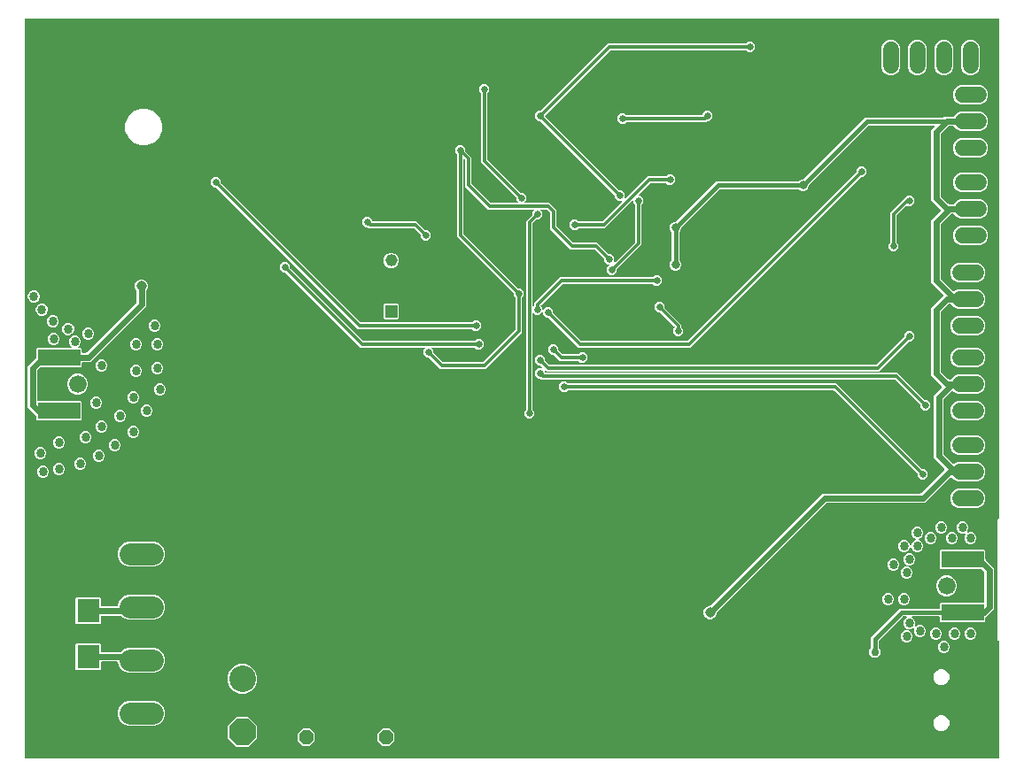
<source format=gbr>
G04 EAGLE Gerber RS-274X export*
G75*
%MOMM*%
%FSLAX34Y34*%
%LPD*%
%INBottom Copper*%
%IPPOS*%
%AMOC8*
5,1,8,0,0,1.08239X$1,22.5*%
G01*
%ADD10R,1.158000X1.158000*%
%ADD11C,1.158000*%
%ADD12C,2.540000*%
%ADD13P,2.749271X8X292.500000*%
%ADD14C,2.095500*%
%ADD15R,2.150000X2.200000*%
%ADD16P,1.429621X8X202.500000*%
%ADD17C,1.524000*%
%ADD18R,4.064000X1.524000*%
%ADD19C,1.676400*%
%ADD20C,0.609600*%
%ADD21C,0.654800*%
%ADD22C,0.304800*%
%ADD23C,0.975000*%
%ADD24C,0.406400*%
%ADD25C,0.754800*%
%ADD26C,0.457200*%
%ADD27C,0.804800*%
%ADD28C,0.355600*%
%ADD29C,0.854800*%

G36*
X933778Y4D02*
X933778Y4D01*
X933797Y2D01*
X933899Y24D01*
X934001Y40D01*
X934018Y50D01*
X934038Y54D01*
X934127Y107D01*
X934218Y156D01*
X934232Y170D01*
X934249Y180D01*
X934316Y259D01*
X934388Y334D01*
X934396Y352D01*
X934409Y367D01*
X934448Y463D01*
X934491Y557D01*
X934493Y577D01*
X934501Y595D01*
X934519Y762D01*
X934519Y111760D01*
X934516Y111780D01*
X934518Y111799D01*
X934496Y111901D01*
X934480Y112003D01*
X934470Y112020D01*
X934466Y112040D01*
X934413Y112129D01*
X934364Y112220D01*
X934350Y112234D01*
X934340Y112251D01*
X934261Y112318D01*
X934186Y112390D01*
X934168Y112398D01*
X934153Y112411D01*
X934057Y112450D01*
X933963Y112493D01*
X933943Y112495D01*
X933925Y112503D01*
X933758Y112521D01*
X932941Y112521D01*
X932941Y228285D01*
X934296Y229640D01*
X934349Y229714D01*
X934409Y229783D01*
X934421Y229813D01*
X934440Y229839D01*
X934467Y229926D01*
X934501Y230011D01*
X934505Y230052D01*
X934512Y230075D01*
X934511Y230107D01*
X934519Y230178D01*
X934519Y707138D01*
X934516Y707158D01*
X934518Y707177D01*
X934496Y707279D01*
X934480Y707381D01*
X934470Y707398D01*
X934466Y707418D01*
X934413Y707507D01*
X934364Y707598D01*
X934350Y707612D01*
X934340Y707629D01*
X934261Y707696D01*
X934186Y707768D01*
X934168Y707776D01*
X934153Y707789D01*
X934057Y707828D01*
X933963Y707871D01*
X933943Y707873D01*
X933925Y707881D01*
X933758Y707899D01*
X3302Y707899D01*
X3282Y707896D01*
X3263Y707898D01*
X3161Y707876D01*
X3059Y707860D01*
X3042Y707850D01*
X3022Y707846D01*
X2933Y707793D01*
X2842Y707744D01*
X2828Y707730D01*
X2811Y707720D01*
X2744Y707641D01*
X2672Y707566D01*
X2664Y707548D01*
X2651Y707533D01*
X2612Y707437D01*
X2569Y707343D01*
X2567Y707323D01*
X2559Y707305D01*
X2541Y707138D01*
X2541Y762D01*
X2544Y742D01*
X2542Y723D01*
X2564Y621D01*
X2580Y519D01*
X2590Y502D01*
X2594Y482D01*
X2647Y393D01*
X2696Y302D01*
X2710Y288D01*
X2720Y271D01*
X2799Y204D01*
X2874Y132D01*
X2892Y124D01*
X2907Y111D01*
X3003Y72D01*
X3097Y29D01*
X3117Y27D01*
X3135Y19D01*
X3302Y1D01*
X933758Y1D01*
X933778Y4D01*
G37*
%LPC*%
G36*
X483152Y325401D02*
X483152Y325401D01*
X480341Y328212D01*
X480341Y332188D01*
X481868Y333715D01*
X481921Y333789D01*
X481981Y333858D01*
X481993Y333888D01*
X482012Y333914D01*
X482039Y334001D01*
X482073Y334086D01*
X482077Y334127D01*
X482084Y334150D01*
X482083Y334182D01*
X482091Y334253D01*
X482091Y514343D01*
X487738Y519990D01*
X487791Y520064D01*
X487851Y520133D01*
X487863Y520163D01*
X487882Y520190D01*
X487909Y520277D01*
X487943Y520361D01*
X487947Y520402D01*
X487954Y520425D01*
X487953Y520457D01*
X487961Y520528D01*
X487961Y522688D01*
X489245Y523972D01*
X489287Y524030D01*
X489337Y524082D01*
X489358Y524129D01*
X489389Y524171D01*
X489410Y524240D01*
X489440Y524305D01*
X489446Y524357D01*
X489461Y524407D01*
X489459Y524478D01*
X489467Y524549D01*
X489456Y524600D01*
X489455Y524652D01*
X489430Y524720D01*
X489415Y524790D01*
X489388Y524835D01*
X489370Y524883D01*
X489326Y524939D01*
X489289Y525001D01*
X489249Y525035D01*
X489217Y525075D01*
X489156Y525114D01*
X489102Y525161D01*
X489054Y525180D01*
X489010Y525208D01*
X488940Y525226D01*
X488874Y525253D01*
X488802Y525261D01*
X488771Y525269D01*
X488748Y525267D01*
X488707Y525271D01*
X445777Y525271D01*
X423671Y547377D01*
X423671Y572462D01*
X423668Y572481D01*
X423670Y572500D01*
X423655Y572571D01*
X423649Y572645D01*
X423635Y572682D01*
X423632Y572705D01*
X423631Y572705D01*
X423622Y572723D01*
X423618Y572741D01*
X423607Y572759D01*
X423591Y572802D01*
X423549Y572860D01*
X423516Y572922D01*
X423500Y572937D01*
X423492Y572952D01*
X423469Y572972D01*
X423447Y573002D01*
X423389Y573043D01*
X423338Y573091D01*
X423317Y573101D01*
X423305Y573112D01*
X423278Y573123D01*
X423247Y573145D01*
X423179Y573165D01*
X423115Y573195D01*
X423091Y573198D01*
X423077Y573204D01*
X423040Y573208D01*
X423011Y573216D01*
X422971Y573215D01*
X422910Y573222D01*
X422895Y573219D01*
X422871Y573222D01*
X422819Y573211D01*
X422765Y573209D01*
X422712Y573190D01*
X422667Y573182D01*
X422653Y573175D01*
X422630Y573170D01*
X422585Y573143D01*
X422535Y573124D01*
X422491Y573089D01*
X422450Y573067D01*
X422439Y573055D01*
X422419Y573044D01*
X422385Y573003D01*
X422343Y572970D01*
X422313Y572923D01*
X422280Y572889D01*
X422273Y572873D01*
X422259Y572857D01*
X422239Y572807D01*
X422211Y572763D01*
X422198Y572711D01*
X422177Y572666D01*
X422175Y572648D01*
X422167Y572629D01*
X422159Y572556D01*
X422151Y572524D01*
X422153Y572501D01*
X422149Y572462D01*
X422149Y501958D01*
X422163Y501868D01*
X422171Y501777D01*
X422183Y501747D01*
X422188Y501715D01*
X422231Y501635D01*
X422267Y501551D01*
X422293Y501519D01*
X422304Y501498D01*
X422327Y501476D01*
X422372Y501420D01*
X474270Y449522D01*
X474344Y449469D01*
X474413Y449409D01*
X474443Y449397D01*
X474470Y449378D01*
X474557Y449351D01*
X474641Y449317D01*
X474682Y449313D01*
X474705Y449306D01*
X474737Y449307D01*
X474808Y449299D01*
X476968Y449299D01*
X479779Y446488D01*
X479779Y442512D01*
X478252Y440985D01*
X478199Y440911D01*
X478139Y440842D01*
X478127Y440812D01*
X478108Y440786D01*
X478081Y440699D01*
X478047Y440614D01*
X478043Y440573D01*
X478036Y440550D01*
X478037Y440518D01*
X478029Y440447D01*
X478029Y407677D01*
X443223Y372871D01*
X400057Y372871D01*
X389330Y383598D01*
X389256Y383651D01*
X389187Y383711D01*
X389157Y383723D01*
X389130Y383742D01*
X389043Y383769D01*
X388959Y383803D01*
X388918Y383807D01*
X388895Y383814D01*
X388863Y383813D01*
X388792Y383821D01*
X386632Y383821D01*
X383821Y386632D01*
X383821Y390608D01*
X385105Y391892D01*
X385147Y391950D01*
X385197Y392002D01*
X385218Y392049D01*
X385249Y392091D01*
X385270Y392160D01*
X385300Y392225D01*
X385306Y392277D01*
X385321Y392327D01*
X385319Y392398D01*
X385327Y392469D01*
X385316Y392520D01*
X385315Y392572D01*
X385290Y392640D01*
X385275Y392710D01*
X385248Y392755D01*
X385230Y392803D01*
X385186Y392859D01*
X385149Y392921D01*
X385109Y392955D01*
X385077Y392995D01*
X385016Y393034D01*
X384962Y393081D01*
X384914Y393100D01*
X384870Y393128D01*
X384800Y393146D01*
X384734Y393173D01*
X384662Y393181D01*
X384631Y393189D01*
X384608Y393187D01*
X384567Y393191D01*
X323857Y393191D01*
X252170Y464878D01*
X252096Y464931D01*
X252027Y464991D01*
X251997Y465003D01*
X251970Y465022D01*
X251883Y465049D01*
X251799Y465083D01*
X251758Y465087D01*
X251735Y465094D01*
X251703Y465093D01*
X251632Y465101D01*
X249472Y465101D01*
X246661Y467912D01*
X246661Y471888D01*
X249472Y474699D01*
X253448Y474699D01*
X256259Y471888D01*
X256259Y469728D01*
X256273Y469638D01*
X256281Y469547D01*
X256293Y469517D01*
X256298Y469485D01*
X256341Y469405D01*
X256377Y469321D01*
X256403Y469289D01*
X256414Y469268D01*
X256437Y469246D01*
X256482Y469190D01*
X326160Y399512D01*
X326234Y399459D01*
X326303Y399399D01*
X326333Y399387D01*
X326360Y399368D01*
X326447Y399341D01*
X326531Y399307D01*
X326572Y399303D01*
X326595Y399296D01*
X326627Y399297D01*
X326698Y399289D01*
X432827Y399289D01*
X432917Y399303D01*
X433008Y399311D01*
X433038Y399323D01*
X433070Y399328D01*
X433150Y399371D01*
X433234Y399407D01*
X433266Y399433D01*
X433287Y399444D01*
X433309Y399467D01*
X433365Y399512D01*
X434892Y401039D01*
X438868Y401039D01*
X441679Y398228D01*
X441679Y394252D01*
X438868Y391441D01*
X434892Y391441D01*
X433365Y392968D01*
X433291Y393021D01*
X433222Y393081D01*
X433192Y393093D01*
X433166Y393112D01*
X433079Y393139D01*
X432994Y393173D01*
X432953Y393177D01*
X432930Y393184D01*
X432898Y393183D01*
X432827Y393191D01*
X392673Y393191D01*
X392602Y393180D01*
X392531Y393178D01*
X392482Y393160D01*
X392430Y393152D01*
X392367Y393118D01*
X392300Y393093D01*
X392259Y393061D01*
X392213Y393036D01*
X392163Y392984D01*
X392107Y392940D01*
X392079Y392896D01*
X392043Y392858D01*
X392013Y392793D01*
X391974Y392733D01*
X391962Y392682D01*
X391940Y392635D01*
X391932Y392564D01*
X391914Y392494D01*
X391918Y392442D01*
X391913Y392391D01*
X391928Y392320D01*
X391934Y392249D01*
X391954Y392201D01*
X391965Y392150D01*
X392002Y392089D01*
X392030Y392023D01*
X392075Y391967D01*
X392091Y391939D01*
X392109Y391924D01*
X392135Y391892D01*
X393419Y390608D01*
X393419Y388448D01*
X393433Y388358D01*
X393441Y388267D01*
X393453Y388237D01*
X393458Y388205D01*
X393501Y388125D01*
X393537Y388041D01*
X393563Y388009D01*
X393574Y387988D01*
X393597Y387966D01*
X393642Y387910D01*
X402360Y379192D01*
X402434Y379139D01*
X402503Y379079D01*
X402533Y379067D01*
X402560Y379048D01*
X402647Y379021D01*
X402731Y378987D01*
X402772Y378983D01*
X402795Y378976D01*
X402827Y378977D01*
X402898Y378969D01*
X440382Y378969D01*
X440472Y378983D01*
X440563Y378991D01*
X440593Y379003D01*
X440625Y379008D01*
X440705Y379051D01*
X440789Y379087D01*
X440821Y379113D01*
X440842Y379124D01*
X440864Y379147D01*
X440920Y379192D01*
X471708Y409980D01*
X471761Y410054D01*
X471821Y410123D01*
X471833Y410153D01*
X471852Y410180D01*
X471879Y410267D01*
X471913Y410351D01*
X471917Y410392D01*
X471924Y410415D01*
X471923Y410447D01*
X471931Y410518D01*
X471931Y440447D01*
X471917Y440537D01*
X471909Y440628D01*
X471897Y440658D01*
X471892Y440690D01*
X471849Y440770D01*
X471813Y440854D01*
X471787Y440886D01*
X471776Y440907D01*
X471753Y440929D01*
X471708Y440985D01*
X470181Y442512D01*
X470181Y444672D01*
X470167Y444762D01*
X470159Y444853D01*
X470147Y444883D01*
X470142Y444915D01*
X470099Y444995D01*
X470063Y445079D01*
X470037Y445111D01*
X470026Y445132D01*
X470003Y445154D01*
X469958Y445210D01*
X416051Y499117D01*
X416051Y577607D01*
X416037Y577697D01*
X416029Y577788D01*
X416017Y577818D01*
X416012Y577850D01*
X415969Y577930D01*
X415933Y578014D01*
X415907Y578046D01*
X415896Y578067D01*
X415873Y578089D01*
X415828Y578145D01*
X414301Y579672D01*
X414301Y583648D01*
X417112Y586459D01*
X421088Y586459D01*
X423899Y583648D01*
X423899Y581488D01*
X423913Y581398D01*
X423921Y581307D01*
X423933Y581277D01*
X423938Y581245D01*
X423981Y581165D01*
X424017Y581081D01*
X424043Y581049D01*
X424054Y581028D01*
X424077Y581006D01*
X424122Y580950D01*
X429769Y575303D01*
X429769Y550218D01*
X429783Y550128D01*
X429791Y550037D01*
X429803Y550007D01*
X429808Y549975D01*
X429851Y549895D01*
X429887Y549811D01*
X429913Y549779D01*
X429924Y549758D01*
X429947Y549736D01*
X429992Y549680D01*
X448080Y531592D01*
X448154Y531539D01*
X448223Y531479D01*
X448253Y531467D01*
X448280Y531448D01*
X448367Y531421D01*
X448451Y531387D01*
X448492Y531383D01*
X448515Y531376D01*
X448547Y531377D01*
X448618Y531369D01*
X473467Y531369D01*
X473538Y531380D01*
X473609Y531382D01*
X473658Y531400D01*
X473710Y531408D01*
X473773Y531442D01*
X473840Y531467D01*
X473881Y531499D01*
X473927Y531524D01*
X473977Y531576D01*
X474033Y531620D01*
X474061Y531664D01*
X474097Y531702D01*
X474127Y531767D01*
X474166Y531827D01*
X474178Y531878D01*
X474200Y531925D01*
X474208Y531996D01*
X474226Y532066D01*
X474222Y532118D01*
X474227Y532169D01*
X474212Y532240D01*
X474206Y532311D01*
X474186Y532359D01*
X474175Y532410D01*
X474138Y532471D01*
X474110Y532537D01*
X474065Y532593D01*
X474049Y532621D01*
X474031Y532636D01*
X474005Y532668D01*
X472721Y533952D01*
X472721Y536112D01*
X472707Y536202D01*
X472699Y536293D01*
X472687Y536323D01*
X472682Y536355D01*
X472639Y536435D01*
X472603Y536519D01*
X472577Y536551D01*
X472566Y536572D01*
X472543Y536594D01*
X472498Y536650D01*
X438911Y570237D01*
X438911Y636027D01*
X438897Y636117D01*
X438889Y636208D01*
X438877Y636238D01*
X438872Y636270D01*
X438829Y636350D01*
X438793Y636434D01*
X438767Y636466D01*
X438756Y636487D01*
X438733Y636509D01*
X438688Y636565D01*
X437161Y638092D01*
X437161Y642068D01*
X439972Y644879D01*
X443948Y644879D01*
X446759Y642068D01*
X446759Y638092D01*
X445232Y636565D01*
X445179Y636491D01*
X445119Y636422D01*
X445107Y636392D01*
X445088Y636366D01*
X445061Y636279D01*
X445027Y636194D01*
X445023Y636153D01*
X445016Y636130D01*
X445017Y636098D01*
X445009Y636027D01*
X445009Y573078D01*
X445023Y572988D01*
X445031Y572897D01*
X445043Y572867D01*
X445048Y572835D01*
X445091Y572755D01*
X445127Y572671D01*
X445153Y572639D01*
X445164Y572618D01*
X445187Y572596D01*
X445232Y572540D01*
X476810Y540962D01*
X476884Y540909D01*
X476953Y540849D01*
X476983Y540837D01*
X477010Y540818D01*
X477097Y540791D01*
X477181Y540757D01*
X477222Y540753D01*
X477245Y540746D01*
X477277Y540747D01*
X477348Y540739D01*
X479508Y540739D01*
X482319Y537928D01*
X482319Y533952D01*
X481035Y532668D01*
X480993Y532610D01*
X480943Y532558D01*
X480922Y532511D01*
X480891Y532469D01*
X480870Y532400D01*
X480840Y532335D01*
X480834Y532283D01*
X480819Y532233D01*
X480821Y532162D01*
X480813Y532091D01*
X480824Y532040D01*
X480825Y531988D01*
X480850Y531920D01*
X480865Y531850D01*
X480892Y531805D01*
X480910Y531757D01*
X480954Y531701D01*
X480991Y531639D01*
X481031Y531605D01*
X481063Y531565D01*
X481124Y531526D01*
X481178Y531479D01*
X481226Y531460D01*
X481270Y531432D01*
X481340Y531414D01*
X481406Y531387D01*
X481478Y531379D01*
X481509Y531371D01*
X481532Y531373D01*
X481573Y531369D01*
X504183Y531369D01*
X511049Y524503D01*
X511049Y509578D01*
X511063Y509488D01*
X511071Y509397D01*
X511083Y509367D01*
X511088Y509335D01*
X511131Y509255D01*
X511167Y509171D01*
X511193Y509139D01*
X511204Y509118D01*
X511227Y509096D01*
X511272Y509040D01*
X526820Y493492D01*
X526894Y493439D01*
X526963Y493379D01*
X526993Y493367D01*
X527020Y493348D01*
X527107Y493321D01*
X527191Y493287D01*
X527232Y493283D01*
X527255Y493276D01*
X527287Y493277D01*
X527358Y493269D01*
X549903Y493269D01*
X560630Y482542D01*
X560704Y482489D01*
X560773Y482429D01*
X560803Y482417D01*
X560830Y482398D01*
X560917Y482371D01*
X561001Y482337D01*
X561042Y482333D01*
X561065Y482326D01*
X561097Y482327D01*
X561168Y482319D01*
X563328Y482319D01*
X566139Y479508D01*
X566139Y475768D01*
X566141Y475754D01*
X566140Y475743D01*
X566150Y475694D01*
X566152Y475626D01*
X566170Y475577D01*
X566178Y475525D01*
X566212Y475462D01*
X566237Y475395D01*
X566269Y475354D01*
X566294Y475308D01*
X566346Y475259D01*
X566390Y475203D01*
X566434Y475174D01*
X566472Y475139D01*
X566537Y475108D01*
X566597Y475070D01*
X566648Y475057D01*
X566695Y475035D01*
X566766Y475027D01*
X566836Y475010D01*
X566888Y475014D01*
X566939Y475008D01*
X567010Y475023D01*
X567081Y475029D01*
X567129Y475049D01*
X567180Y475060D01*
X567241Y475097D01*
X567307Y475125D01*
X567363Y475170D01*
X567364Y475170D01*
X567374Y475176D01*
X567375Y475177D01*
X567391Y475186D01*
X567406Y475204D01*
X567438Y475230D01*
X586008Y493800D01*
X586061Y493874D01*
X586121Y493943D01*
X586133Y493973D01*
X586152Y494000D01*
X586179Y494087D01*
X586213Y494171D01*
X586217Y494212D01*
X586224Y494235D01*
X586223Y494267D01*
X586231Y494338D01*
X586231Y529347D01*
X586217Y529437D01*
X586209Y529528D01*
X586197Y529558D01*
X586192Y529590D01*
X586149Y529670D01*
X586113Y529754D01*
X586087Y529786D01*
X586076Y529807D01*
X586053Y529829D01*
X586008Y529885D01*
X584481Y531412D01*
X584481Y532612D01*
X584470Y532683D01*
X584468Y532754D01*
X584450Y532803D01*
X584442Y532855D01*
X584408Y532918D01*
X584383Y532985D01*
X584351Y533026D01*
X584326Y533072D01*
X584274Y533121D01*
X584230Y533177D01*
X584186Y533206D01*
X584148Y533241D01*
X584083Y533272D01*
X584023Y533310D01*
X583972Y533323D01*
X583925Y533345D01*
X583854Y533353D01*
X583784Y533370D01*
X583732Y533366D01*
X583681Y533372D01*
X583610Y533357D01*
X583539Y533351D01*
X583491Y533331D01*
X583440Y533320D01*
X583379Y533283D01*
X583313Y533255D01*
X583257Y533210D01*
X583229Y533194D01*
X583214Y533176D01*
X583182Y533150D01*
X559532Y509500D01*
X557523Y507491D01*
X532373Y507491D01*
X532283Y507477D01*
X532192Y507469D01*
X532162Y507457D01*
X532130Y507452D01*
X532050Y507409D01*
X531966Y507373D01*
X531934Y507347D01*
X531913Y507336D01*
X531891Y507313D01*
X531835Y507268D01*
X530308Y505741D01*
X526332Y505741D01*
X523521Y508552D01*
X523521Y512528D01*
X526332Y515339D01*
X530308Y515339D01*
X531835Y513812D01*
X531909Y513759D01*
X531978Y513699D01*
X532008Y513687D01*
X532034Y513668D01*
X532121Y513641D01*
X532206Y513607D01*
X532247Y513603D01*
X532270Y513596D01*
X532302Y513597D01*
X532373Y513589D01*
X554682Y513589D01*
X554772Y513603D01*
X554863Y513611D01*
X554893Y513623D01*
X554925Y513628D01*
X555005Y513671D01*
X555089Y513707D01*
X555121Y513733D01*
X555142Y513744D01*
X555164Y513767D01*
X555220Y513812D01*
X573790Y532382D01*
X573832Y532440D01*
X573881Y532492D01*
X573903Y532539D01*
X573934Y532581D01*
X573955Y532650D01*
X573985Y532715D01*
X573991Y532767D01*
X574006Y532817D01*
X574004Y532888D01*
X574012Y532959D01*
X574001Y533010D01*
X574000Y533062D01*
X573975Y533130D01*
X573960Y533200D01*
X573933Y533245D01*
X573915Y533293D01*
X573870Y533349D01*
X573834Y533411D01*
X573794Y533445D01*
X573762Y533485D01*
X573701Y533524D01*
X573647Y533571D01*
X573598Y533590D01*
X573555Y533618D01*
X573485Y533636D01*
X573419Y533663D01*
X573347Y533671D01*
X573316Y533679D01*
X573293Y533677D01*
X573252Y533681D01*
X569512Y533681D01*
X566701Y536492D01*
X566701Y538293D01*
X566687Y538383D01*
X566679Y538474D01*
X566667Y538503D01*
X566662Y538535D01*
X566619Y538616D01*
X566583Y538700D01*
X566557Y538732D01*
X566546Y538753D01*
X566523Y538775D01*
X566478Y538831D01*
X495651Y609658D01*
X495577Y609711D01*
X495508Y609771D01*
X495477Y609783D01*
X495451Y609802D01*
X495364Y609829D01*
X495279Y609863D01*
X495238Y609867D01*
X495216Y609874D01*
X495184Y609873D01*
X495113Y609881D01*
X493312Y609881D01*
X490501Y612692D01*
X490501Y616668D01*
X493312Y619479D01*
X495113Y619479D01*
X495203Y619493D01*
X495294Y619501D01*
X495323Y619513D01*
X495355Y619518D01*
X495436Y619561D01*
X495520Y619597D01*
X495552Y619623D01*
X495573Y619634D01*
X495595Y619657D01*
X495651Y619702D01*
X559972Y684023D01*
X692161Y684023D01*
X692251Y684037D01*
X692342Y684045D01*
X692372Y684057D01*
X692404Y684062D01*
X692484Y684105D01*
X692568Y684141D01*
X692600Y684167D01*
X692621Y684178D01*
X692643Y684201D01*
X692699Y684246D01*
X693972Y685519D01*
X697948Y685519D01*
X700759Y682708D01*
X700759Y678732D01*
X697948Y675921D01*
X693972Y675921D01*
X692699Y677194D01*
X692625Y677247D01*
X692556Y677307D01*
X692526Y677319D01*
X692500Y677338D01*
X692413Y677365D01*
X692328Y677399D01*
X692287Y677403D01*
X692264Y677410D01*
X692232Y677409D01*
X692161Y677417D01*
X563023Y677417D01*
X562933Y677403D01*
X562842Y677395D01*
X562813Y677383D01*
X562781Y677378D01*
X562700Y677335D01*
X562616Y677299D01*
X562584Y677273D01*
X562563Y677262D01*
X562541Y677239D01*
X562485Y677194D01*
X500509Y615218D01*
X500497Y615202D01*
X500482Y615190D01*
X500426Y615102D01*
X500366Y615019D01*
X500360Y615000D01*
X500349Y614983D01*
X500324Y614882D01*
X500293Y614783D01*
X500294Y614764D01*
X500289Y614744D01*
X500297Y614641D01*
X500300Y614538D01*
X500306Y614519D01*
X500308Y614499D01*
X500348Y614404D01*
X500384Y614307D01*
X500396Y614291D01*
X500404Y614273D01*
X500509Y614142D01*
X571149Y543502D01*
X571223Y543449D01*
X571292Y543389D01*
X571323Y543377D01*
X571349Y543358D01*
X571436Y543331D01*
X571521Y543297D01*
X571562Y543293D01*
X571584Y543286D01*
X571616Y543287D01*
X571687Y543279D01*
X573488Y543279D01*
X576299Y540468D01*
X576299Y536728D01*
X576310Y536657D01*
X576312Y536586D01*
X576330Y536537D01*
X576338Y536485D01*
X576372Y536422D01*
X576397Y536355D01*
X576429Y536314D01*
X576454Y536268D01*
X576506Y536219D01*
X576550Y536163D01*
X576594Y536134D01*
X576632Y536099D01*
X576697Y536068D01*
X576757Y536030D01*
X576808Y536017D01*
X576855Y535995D01*
X576926Y535987D01*
X576996Y535970D01*
X577048Y535974D01*
X577099Y535968D01*
X577170Y535983D01*
X577241Y535989D01*
X577289Y536009D01*
X577340Y536020D01*
X577401Y536057D01*
X577467Y536085D01*
X577523Y536130D01*
X577551Y536146D01*
X577566Y536164D01*
X577598Y536190D01*
X598177Y556769D01*
X615707Y556769D01*
X615797Y556783D01*
X615888Y556791D01*
X615918Y556803D01*
X615950Y556808D01*
X616030Y556851D01*
X616114Y556887D01*
X616146Y556913D01*
X616167Y556924D01*
X616189Y556947D01*
X616245Y556992D01*
X617772Y558519D01*
X621748Y558519D01*
X624559Y555708D01*
X624559Y551732D01*
X621748Y548921D01*
X617772Y548921D01*
X616245Y550448D01*
X616171Y550501D01*
X616102Y550561D01*
X616072Y550573D01*
X616046Y550592D01*
X615959Y550619D01*
X615874Y550653D01*
X615833Y550657D01*
X615810Y550664D01*
X615778Y550663D01*
X615707Y550671D01*
X601018Y550671D01*
X600928Y550657D01*
X600837Y550649D01*
X600807Y550637D01*
X600775Y550632D01*
X600695Y550589D01*
X600611Y550553D01*
X600579Y550527D01*
X600558Y550516D01*
X600536Y550493D01*
X600480Y550448D01*
X589530Y539498D01*
X589488Y539440D01*
X589439Y539388D01*
X589417Y539341D01*
X589386Y539299D01*
X589365Y539230D01*
X589335Y539165D01*
X589329Y539113D01*
X589314Y539063D01*
X589316Y538992D01*
X589308Y538921D01*
X589319Y538870D01*
X589320Y538818D01*
X589345Y538750D01*
X589360Y538680D01*
X589387Y538635D01*
X589405Y538587D01*
X589450Y538531D01*
X589486Y538469D01*
X589526Y538435D01*
X589558Y538395D01*
X589619Y538356D01*
X589673Y538309D01*
X589722Y538290D01*
X589765Y538262D01*
X589835Y538244D01*
X589901Y538217D01*
X589973Y538209D01*
X590004Y538201D01*
X590027Y538203D01*
X590068Y538199D01*
X591268Y538199D01*
X594079Y535388D01*
X594079Y531412D01*
X592552Y529885D01*
X592499Y529811D01*
X592439Y529742D01*
X592427Y529712D01*
X592408Y529686D01*
X592381Y529599D01*
X592347Y529514D01*
X592343Y529473D01*
X592336Y529450D01*
X592337Y529418D01*
X592329Y529347D01*
X592329Y491497D01*
X568902Y468070D01*
X568849Y467996D01*
X568789Y467927D01*
X568777Y467897D01*
X568758Y467870D01*
X568731Y467783D01*
X568697Y467699D01*
X568693Y467658D01*
X568686Y467635D01*
X568687Y467603D01*
X568679Y467532D01*
X568679Y465372D01*
X565868Y462561D01*
X561892Y462561D01*
X559081Y465372D01*
X559081Y469348D01*
X561155Y471422D01*
X561197Y471480D01*
X561247Y471532D01*
X561268Y471579D01*
X561299Y471621D01*
X561320Y471690D01*
X561350Y471755D01*
X561356Y471807D01*
X561371Y471857D01*
X561369Y471928D01*
X561377Y471999D01*
X561366Y472050D01*
X561365Y472102D01*
X561340Y472170D01*
X561325Y472240D01*
X561298Y472285D01*
X561280Y472333D01*
X561236Y472389D01*
X561199Y472451D01*
X561159Y472485D01*
X561127Y472525D01*
X561066Y472564D01*
X561012Y472611D01*
X560964Y472630D01*
X560920Y472658D01*
X560850Y472676D01*
X560784Y472703D01*
X560712Y472711D01*
X560681Y472719D01*
X560658Y472717D01*
X560617Y472721D01*
X559352Y472721D01*
X556541Y475532D01*
X556541Y477692D01*
X556527Y477782D01*
X556519Y477873D01*
X556507Y477903D01*
X556502Y477935D01*
X556459Y478015D01*
X556423Y478099D01*
X556397Y478131D01*
X556386Y478152D01*
X556363Y478174D01*
X556318Y478230D01*
X547600Y486948D01*
X547526Y487001D01*
X547457Y487061D01*
X547427Y487073D01*
X547400Y487092D01*
X547313Y487119D01*
X547229Y487153D01*
X547188Y487157D01*
X547165Y487164D01*
X547133Y487163D01*
X547062Y487171D01*
X524517Y487171D01*
X504951Y506737D01*
X504951Y521662D01*
X504937Y521752D01*
X504929Y521843D01*
X504917Y521873D01*
X504912Y521905D01*
X504869Y521985D01*
X504833Y522069D01*
X504807Y522101D01*
X504796Y522122D01*
X504773Y522144D01*
X504728Y522200D01*
X501880Y525048D01*
X501806Y525101D01*
X501737Y525161D01*
X501707Y525173D01*
X501680Y525192D01*
X501593Y525219D01*
X501509Y525253D01*
X501468Y525257D01*
X501445Y525264D01*
X501413Y525263D01*
X501342Y525271D01*
X496813Y525271D01*
X496742Y525260D01*
X496671Y525258D01*
X496622Y525240D01*
X496570Y525232D01*
X496507Y525198D01*
X496440Y525173D01*
X496399Y525141D01*
X496353Y525116D01*
X496303Y525064D01*
X496247Y525020D01*
X496219Y524976D01*
X496183Y524938D01*
X496153Y524873D01*
X496114Y524813D01*
X496102Y524762D01*
X496080Y524715D01*
X496072Y524644D01*
X496054Y524574D01*
X496058Y524522D01*
X496053Y524471D01*
X496068Y524400D01*
X496074Y524329D01*
X496094Y524281D01*
X496105Y524230D01*
X496142Y524169D01*
X496170Y524103D01*
X496215Y524047D01*
X496231Y524019D01*
X496238Y524013D01*
X496239Y524011D01*
X496252Y524000D01*
X496275Y523972D01*
X497559Y522688D01*
X497559Y518712D01*
X494748Y515901D01*
X492588Y515901D01*
X492498Y515887D01*
X492407Y515879D01*
X492377Y515867D01*
X492345Y515862D01*
X492265Y515819D01*
X492181Y515783D01*
X492149Y515757D01*
X492128Y515746D01*
X492106Y515723D01*
X492050Y515678D01*
X488412Y512040D01*
X488359Y511966D01*
X488299Y511897D01*
X488287Y511867D01*
X488268Y511840D01*
X488241Y511753D01*
X488207Y511669D01*
X488203Y511628D01*
X488196Y511605D01*
X488197Y511573D01*
X488189Y511502D01*
X488189Y433313D01*
X488200Y433243D01*
X488202Y433173D01*
X488220Y433123D01*
X488228Y433070D01*
X488261Y433008D01*
X488286Y432941D01*
X488319Y432900D01*
X488344Y432853D01*
X488395Y432804D01*
X488439Y432749D01*
X488483Y432720D01*
X488522Y432683D01*
X488586Y432654D01*
X488645Y432615D01*
X488697Y432602D01*
X488745Y432580D01*
X488815Y432572D01*
X488884Y432555D01*
X488937Y432559D01*
X488989Y432553D01*
X489059Y432568D01*
X489129Y432573D01*
X489178Y432594D01*
X489230Y432605D01*
X489290Y432641D01*
X489356Y432669D01*
X489395Y432704D01*
X489441Y432731D01*
X489487Y432785D01*
X489540Y432832D01*
X489580Y432893D01*
X489601Y432918D01*
X489609Y432939D01*
X489631Y432973D01*
X489658Y433061D01*
X489693Y433146D01*
X489697Y433186D01*
X489704Y433207D01*
X489703Y433240D01*
X489711Y433313D01*
X489711Y435603D01*
X514357Y460249D01*
X603007Y460249D01*
X603097Y460263D01*
X603188Y460271D01*
X603218Y460283D01*
X603250Y460288D01*
X603330Y460331D01*
X603414Y460367D01*
X603447Y460393D01*
X603467Y460404D01*
X603489Y460427D01*
X603545Y460472D01*
X605072Y461999D01*
X609048Y461999D01*
X611859Y459188D01*
X611859Y455212D01*
X609048Y452401D01*
X605072Y452401D01*
X603545Y453928D01*
X603471Y453981D01*
X603402Y454041D01*
X603372Y454053D01*
X603346Y454072D01*
X603259Y454099D01*
X603174Y454133D01*
X603133Y454137D01*
X603110Y454144D01*
X603078Y454143D01*
X603007Y454151D01*
X517198Y454151D01*
X517108Y454137D01*
X517017Y454129D01*
X516987Y454117D01*
X516955Y454112D01*
X516875Y454069D01*
X516791Y454033D01*
X516759Y454007D01*
X516738Y453996D01*
X516716Y453973D01*
X516660Y453928D01*
X496307Y433576D01*
X496296Y433560D01*
X496280Y433547D01*
X496224Y433460D01*
X496164Y433376D01*
X496158Y433357D01*
X496147Y433340D01*
X496122Y433240D01*
X496091Y433141D01*
X496092Y433121D01*
X496087Y433102D01*
X496095Y432999D01*
X496098Y432895D01*
X496105Y432876D01*
X496106Y432856D01*
X496147Y432761D01*
X496182Y432664D01*
X496195Y432648D01*
X496202Y432630D01*
X496307Y432499D01*
X497559Y431248D01*
X497559Y429983D01*
X497570Y429912D01*
X497572Y429841D01*
X497590Y429792D01*
X497598Y429740D01*
X497632Y429677D01*
X497657Y429610D01*
X497689Y429569D01*
X497714Y429523D01*
X497766Y429473D01*
X497810Y429417D01*
X497854Y429389D01*
X497892Y429353D01*
X497957Y429323D01*
X498017Y429284D01*
X498068Y429272D01*
X498115Y429250D01*
X498186Y429242D01*
X498256Y429224D01*
X498308Y429228D01*
X498359Y429223D01*
X498430Y429238D01*
X498501Y429244D01*
X498549Y429264D01*
X498600Y429275D01*
X498661Y429312D01*
X498727Y429340D01*
X498783Y429385D01*
X498811Y429401D01*
X498826Y429419D01*
X498858Y429445D01*
X500932Y431519D01*
X504908Y431519D01*
X507719Y428708D01*
X507719Y426548D01*
X507733Y426458D01*
X507741Y426367D01*
X507753Y426337D01*
X507758Y426305D01*
X507801Y426225D01*
X507837Y426141D01*
X507863Y426109D01*
X507874Y426088D01*
X507897Y426066D01*
X507942Y426010D01*
X534440Y399512D01*
X534514Y399459D01*
X534583Y399399D01*
X534613Y399387D01*
X534640Y399368D01*
X534727Y399341D01*
X534811Y399307D01*
X534852Y399303D01*
X534875Y399296D01*
X534907Y399297D01*
X534978Y399289D01*
X635962Y399289D01*
X636052Y399303D01*
X636143Y399311D01*
X636173Y399323D01*
X636205Y399328D01*
X636285Y399371D01*
X636369Y399407D01*
X636401Y399433D01*
X636422Y399444D01*
X636444Y399467D01*
X636500Y399512D01*
X797618Y560630D01*
X797671Y560704D01*
X797731Y560773D01*
X797743Y560803D01*
X797762Y560830D01*
X797789Y560917D01*
X797823Y561001D01*
X797827Y561042D01*
X797834Y561065D01*
X797833Y561097D01*
X797841Y561168D01*
X797841Y563328D01*
X800652Y566139D01*
X804628Y566139D01*
X807439Y563328D01*
X807439Y559352D01*
X804628Y556541D01*
X802468Y556541D01*
X802378Y556527D01*
X802287Y556519D01*
X802257Y556507D01*
X802225Y556502D01*
X802145Y556459D01*
X802061Y556423D01*
X802029Y556397D01*
X802008Y556386D01*
X801986Y556363D01*
X801930Y556318D01*
X638803Y393191D01*
X532137Y393191D01*
X503630Y421698D01*
X503556Y421751D01*
X503487Y421811D01*
X503457Y421823D01*
X503430Y421842D01*
X503343Y421869D01*
X503259Y421903D01*
X503218Y421907D01*
X503195Y421914D01*
X503163Y421913D01*
X503092Y421921D01*
X500932Y421921D01*
X498121Y424732D01*
X498121Y425997D01*
X498110Y426068D01*
X498108Y426139D01*
X498090Y426188D01*
X498082Y426240D01*
X498048Y426303D01*
X498023Y426370D01*
X497991Y426411D01*
X497966Y426457D01*
X497914Y426507D01*
X497870Y426563D01*
X497826Y426591D01*
X497788Y426627D01*
X497723Y426657D01*
X497663Y426696D01*
X497612Y426708D01*
X497565Y426730D01*
X497494Y426738D01*
X497424Y426756D01*
X497372Y426752D01*
X497321Y426757D01*
X497250Y426742D01*
X497179Y426736D01*
X497131Y426716D01*
X497080Y426705D01*
X497019Y426668D01*
X496953Y426640D01*
X496897Y426595D01*
X496869Y426579D01*
X496854Y426561D01*
X496822Y426535D01*
X494748Y424461D01*
X490772Y424461D01*
X489488Y425745D01*
X489430Y425787D01*
X489378Y425837D01*
X489331Y425858D01*
X489289Y425889D01*
X489220Y425910D01*
X489155Y425940D01*
X489103Y425946D01*
X489053Y425961D01*
X488982Y425959D01*
X488911Y425967D01*
X488860Y425956D01*
X488808Y425955D01*
X488740Y425930D01*
X488670Y425915D01*
X488625Y425888D01*
X488577Y425870D01*
X488521Y425826D01*
X488459Y425789D01*
X488425Y425749D01*
X488385Y425717D01*
X488346Y425656D01*
X488299Y425602D01*
X488280Y425554D01*
X488252Y425510D01*
X488234Y425440D01*
X488207Y425374D01*
X488199Y425302D01*
X488191Y425271D01*
X488193Y425248D01*
X488189Y425207D01*
X488189Y334253D01*
X488203Y334163D01*
X488211Y334072D01*
X488223Y334042D01*
X488228Y334010D01*
X488271Y333930D01*
X488307Y333846D01*
X488333Y333814D01*
X488344Y333793D01*
X488367Y333771D01*
X488412Y333715D01*
X489939Y332188D01*
X489939Y328212D01*
X487128Y325401D01*
X483152Y325401D01*
G37*
%LPD*%
%LPC*%
G36*
X656587Y133300D02*
X656587Y133300D01*
X654235Y134275D01*
X652435Y136075D01*
X651460Y138427D01*
X651460Y140973D01*
X652435Y143325D01*
X654235Y145125D01*
X656587Y146100D01*
X657478Y146100D01*
X657568Y146114D01*
X657659Y146122D01*
X657688Y146134D01*
X657720Y146139D01*
X657801Y146182D01*
X657885Y146218D01*
X657917Y146244D01*
X657938Y146255D01*
X657960Y146278D01*
X658016Y146323D01*
X765186Y253493D01*
X858851Y253493D01*
X858941Y253507D01*
X859032Y253515D01*
X859061Y253527D01*
X859093Y253532D01*
X859174Y253575D01*
X859258Y253611D01*
X859290Y253637D01*
X859311Y253648D01*
X859314Y253652D01*
X859315Y253652D01*
X859334Y253672D01*
X859389Y253716D01*
X881995Y276322D01*
X882006Y276338D01*
X882022Y276350D01*
X882078Y276438D01*
X882138Y276521D01*
X882144Y276540D01*
X882155Y276557D01*
X882180Y276658D01*
X882211Y276757D01*
X882210Y276776D01*
X882215Y276796D01*
X882207Y276899D01*
X882204Y277002D01*
X882198Y277021D01*
X882196Y277041D01*
X882156Y277136D01*
X882120Y277233D01*
X882107Y277249D01*
X882100Y277267D01*
X881995Y277398D01*
X871727Y287666D01*
X871727Y347334D01*
X879455Y355062D01*
X879467Y355078D01*
X879482Y355090D01*
X879538Y355178D01*
X879598Y355261D01*
X879604Y355280D01*
X879615Y355297D01*
X879640Y355398D01*
X879671Y355497D01*
X879670Y355516D01*
X879675Y355536D01*
X879667Y355639D01*
X879664Y355742D01*
X879658Y355761D01*
X879656Y355781D01*
X879616Y355876D01*
X879580Y355973D01*
X879567Y355989D01*
X879560Y356007D01*
X879455Y356138D01*
X869187Y366406D01*
X869187Y431154D01*
X879124Y441091D01*
X880725Y442692D01*
X880737Y442708D01*
X880752Y442720D01*
X880808Y442808D01*
X880868Y442891D01*
X880874Y442910D01*
X880885Y442927D01*
X880910Y443028D01*
X880941Y443127D01*
X880940Y443146D01*
X880945Y443166D01*
X880937Y443269D01*
X880934Y443372D01*
X880928Y443391D01*
X880926Y443411D01*
X880886Y443506D01*
X880850Y443603D01*
X880837Y443619D01*
X880830Y443637D01*
X880725Y443768D01*
X869187Y455306D01*
X869187Y514974D01*
X878185Y523972D01*
X878196Y523988D01*
X878212Y524000D01*
X878241Y524046D01*
X878268Y524074D01*
X878286Y524112D01*
X878328Y524171D01*
X878334Y524190D01*
X878345Y524207D01*
X878363Y524278D01*
X878372Y524297D01*
X878374Y524321D01*
X878401Y524407D01*
X878400Y524426D01*
X878405Y524446D01*
X878398Y524536D01*
X878399Y524541D01*
X878397Y524549D01*
X878394Y524652D01*
X878388Y524671D01*
X878386Y524691D01*
X878346Y524786D01*
X878310Y524883D01*
X878297Y524899D01*
X878290Y524917D01*
X878185Y525048D01*
X872089Y531144D01*
X869187Y534046D01*
X869187Y601334D01*
X872343Y604490D01*
X872385Y604548D01*
X872434Y604600D01*
X872456Y604647D01*
X872486Y604689D01*
X872508Y604758D01*
X872538Y604823D01*
X872543Y604875D01*
X872559Y604925D01*
X872557Y604996D01*
X872565Y605067D01*
X872554Y605118D01*
X872552Y605170D01*
X872528Y605238D01*
X872513Y605308D01*
X872486Y605353D01*
X872468Y605401D01*
X872423Y605457D01*
X872386Y605519D01*
X872347Y605553D01*
X872314Y605593D01*
X872254Y605632D01*
X872200Y605679D01*
X872151Y605698D01*
X872107Y605726D01*
X872038Y605744D01*
X871971Y605771D01*
X871900Y605779D01*
X871869Y605787D01*
X871846Y605785D01*
X871805Y605789D01*
X809614Y605789D01*
X809524Y605775D01*
X809433Y605767D01*
X809403Y605755D01*
X809371Y605750D01*
X809290Y605707D01*
X809206Y605671D01*
X809174Y605645D01*
X809154Y605634D01*
X809131Y605611D01*
X809076Y605566D01*
X752532Y549022D01*
X752479Y548949D01*
X752419Y548879D01*
X752407Y548849D01*
X752388Y548823D01*
X752361Y548736D01*
X752327Y548651D01*
X752323Y548610D01*
X752316Y548588D01*
X752317Y548555D01*
X752309Y548484D01*
X752309Y547536D01*
X751464Y545497D01*
X749903Y543936D01*
X747864Y543091D01*
X745656Y543091D01*
X743617Y543936D01*
X742947Y544606D01*
X742873Y544659D01*
X742803Y544719D01*
X742773Y544731D01*
X742747Y544750D01*
X742660Y544777D01*
X742575Y544811D01*
X742534Y544815D01*
X742512Y544822D01*
X742480Y544821D01*
X742408Y544829D01*
X667374Y544829D01*
X667284Y544815D01*
X667193Y544807D01*
X667163Y544795D01*
X667131Y544790D01*
X667050Y544747D01*
X666966Y544711D01*
X666934Y544685D01*
X666914Y544674D01*
X666891Y544651D01*
X666836Y544606D01*
X630612Y508382D01*
X630559Y508309D01*
X630499Y508239D01*
X630487Y508209D01*
X630468Y508183D01*
X630441Y508096D01*
X630407Y508011D01*
X630403Y507970D01*
X630396Y507948D01*
X630397Y507915D01*
X630389Y507844D01*
X630389Y506896D01*
X629544Y504857D01*
X628874Y504187D01*
X628821Y504113D01*
X628761Y504043D01*
X628749Y504013D01*
X628730Y503987D01*
X628703Y503900D01*
X628669Y503815D01*
X628665Y503774D01*
X628658Y503752D01*
X628659Y503720D01*
X628651Y503648D01*
X628651Y476792D01*
X628665Y476702D01*
X628673Y476611D01*
X628685Y476581D01*
X628690Y476549D01*
X628733Y476468D01*
X628769Y476384D01*
X628795Y476352D01*
X628806Y476332D01*
X628829Y476309D01*
X628874Y476253D01*
X629544Y475583D01*
X630389Y473544D01*
X630389Y471336D01*
X629544Y469297D01*
X627983Y467736D01*
X625944Y466891D01*
X623736Y466891D01*
X621697Y467736D01*
X620136Y469297D01*
X619291Y471336D01*
X619291Y473544D01*
X620136Y475583D01*
X620806Y476253D01*
X620859Y476327D01*
X620919Y476397D01*
X620931Y476427D01*
X620950Y476453D01*
X620977Y476540D01*
X621011Y476625D01*
X621015Y476666D01*
X621022Y476688D01*
X621021Y476720D01*
X621029Y476792D01*
X621029Y503648D01*
X621015Y503738D01*
X621007Y503829D01*
X620995Y503859D01*
X620990Y503891D01*
X620947Y503972D01*
X620911Y504056D01*
X620885Y504088D01*
X620874Y504108D01*
X620851Y504131D01*
X620806Y504187D01*
X620136Y504857D01*
X619291Y506896D01*
X619291Y509104D01*
X620136Y511143D01*
X621697Y512704D01*
X623736Y513549D01*
X624684Y513549D01*
X624774Y513563D01*
X624865Y513571D01*
X624895Y513583D01*
X624927Y513588D01*
X625008Y513631D01*
X625092Y513667D01*
X625124Y513693D01*
X625144Y513704D01*
X625167Y513727D01*
X625222Y513772D01*
X663902Y552451D01*
X742408Y552451D01*
X742498Y552465D01*
X742589Y552473D01*
X742619Y552485D01*
X742651Y552490D01*
X742732Y552533D01*
X742816Y552569D01*
X742848Y552595D01*
X742868Y552606D01*
X742891Y552629D01*
X742947Y552674D01*
X743617Y553344D01*
X745656Y554189D01*
X746604Y554189D01*
X746694Y554203D01*
X746785Y554211D01*
X746815Y554223D01*
X746847Y554228D01*
X746928Y554271D01*
X747012Y554307D01*
X747044Y554333D01*
X747064Y554344D01*
X747066Y554345D01*
X747066Y554346D01*
X747087Y554367D01*
X747142Y554412D01*
X806142Y613411D01*
X880949Y613411D01*
X881039Y613425D01*
X881130Y613433D01*
X881159Y613445D01*
X881191Y613450D01*
X881272Y613493D01*
X881356Y613529D01*
X881388Y613555D01*
X881409Y613566D01*
X881431Y613589D01*
X881487Y613634D01*
X882026Y614173D01*
X890647Y614173D01*
X890762Y614192D01*
X890878Y614209D01*
X890884Y614211D01*
X890890Y614212D01*
X890993Y614267D01*
X891097Y614320D01*
X891102Y614325D01*
X891107Y614328D01*
X891188Y614412D01*
X891270Y614496D01*
X891273Y614502D01*
X891277Y614506D01*
X891285Y614523D01*
X891351Y614643D01*
X891407Y614780D01*
X893980Y617353D01*
X897341Y618745D01*
X916219Y618745D01*
X919580Y617353D01*
X922153Y614780D01*
X923545Y611419D01*
X923545Y607781D01*
X922153Y604420D01*
X919580Y601847D01*
X916219Y600455D01*
X897341Y600455D01*
X893980Y601847D01*
X891407Y604420D01*
X891351Y604557D01*
X891289Y604657D01*
X891229Y604757D01*
X891224Y604761D01*
X891221Y604766D01*
X891131Y604841D01*
X891042Y604917D01*
X891036Y604919D01*
X891032Y604923D01*
X890923Y604965D01*
X890814Y605009D01*
X890807Y605010D01*
X890802Y605011D01*
X890784Y605012D01*
X890647Y605027D01*
X886129Y605027D01*
X886039Y605013D01*
X885948Y605005D01*
X885919Y604993D01*
X885887Y604988D01*
X885806Y604945D01*
X885722Y604909D01*
X885690Y604883D01*
X885669Y604872D01*
X885647Y604849D01*
X885591Y604804D01*
X878556Y597769D01*
X878503Y597695D01*
X878443Y597625D01*
X878431Y597595D01*
X878412Y597569D01*
X878385Y597482D01*
X878351Y597397D01*
X878347Y597356D01*
X878340Y597334D01*
X878341Y597302D01*
X878333Y597231D01*
X878333Y538149D01*
X878347Y538059D01*
X878355Y537968D01*
X878367Y537939D01*
X878372Y537907D01*
X878415Y537826D01*
X878451Y537742D01*
X878477Y537710D01*
X878488Y537689D01*
X878511Y537667D01*
X878556Y537611D01*
X885591Y530576D01*
X885665Y530523D01*
X885735Y530463D01*
X885765Y530451D01*
X885791Y530432D01*
X885878Y530405D01*
X885963Y530371D01*
X886004Y530367D01*
X886026Y530360D01*
X886058Y530361D01*
X886129Y530353D01*
X890647Y530353D01*
X890762Y530372D01*
X890878Y530389D01*
X890884Y530391D01*
X890890Y530392D01*
X890993Y530447D01*
X891097Y530500D01*
X891102Y530505D01*
X891107Y530508D01*
X891188Y530592D01*
X891270Y530676D01*
X891273Y530682D01*
X891277Y530686D01*
X891285Y530703D01*
X891351Y530823D01*
X891407Y530960D01*
X893980Y533533D01*
X897341Y534925D01*
X916219Y534925D01*
X919580Y533533D01*
X922153Y530960D01*
X923545Y527599D01*
X923545Y523961D01*
X922153Y520600D01*
X919580Y518027D01*
X916219Y516635D01*
X897341Y516635D01*
X893980Y518027D01*
X891407Y520600D01*
X891351Y520737D01*
X891289Y520837D01*
X891229Y520937D01*
X891224Y520941D01*
X891221Y520946D01*
X891131Y521021D01*
X891042Y521097D01*
X891036Y521099D01*
X891032Y521103D01*
X890923Y521145D01*
X890814Y521189D01*
X890807Y521190D01*
X890802Y521191D01*
X890784Y521192D01*
X890647Y521207D01*
X888669Y521207D01*
X888579Y521193D01*
X888488Y521185D01*
X888459Y521173D01*
X888427Y521168D01*
X888346Y521125D01*
X888262Y521089D01*
X888230Y521063D01*
X888209Y521052D01*
X888187Y521029D01*
X888131Y520984D01*
X878556Y511409D01*
X878503Y511335D01*
X878443Y511265D01*
X878431Y511235D01*
X878412Y511209D01*
X878385Y511122D01*
X878351Y511037D01*
X878347Y510996D01*
X878340Y510974D01*
X878341Y510942D01*
X878333Y510871D01*
X878333Y459409D01*
X878347Y459319D01*
X878355Y459228D01*
X878367Y459199D01*
X878372Y459167D01*
X878415Y459086D01*
X878451Y459002D01*
X878477Y458970D01*
X878488Y458949D01*
X878511Y458927D01*
X878556Y458871D01*
X890309Y447118D01*
X890325Y447106D01*
X890338Y447091D01*
X890425Y447035D01*
X890509Y446974D01*
X890528Y446969D01*
X890544Y446958D01*
X890645Y446932D01*
X890744Y446902D01*
X890764Y446903D01*
X890783Y446898D01*
X890886Y446906D01*
X890990Y446908D01*
X891008Y446915D01*
X891028Y446917D01*
X891123Y446957D01*
X891221Y446993D01*
X891236Y447005D01*
X891254Y447013D01*
X891385Y447118D01*
X891440Y447173D01*
X894801Y448565D01*
X913679Y448565D01*
X917040Y447173D01*
X919613Y444600D01*
X921005Y441239D01*
X921005Y437601D01*
X919613Y434240D01*
X917040Y431667D01*
X913679Y430275D01*
X894801Y430275D01*
X891440Y431667D01*
X888867Y434240D01*
X888811Y434377D01*
X888749Y434477D01*
X888689Y434577D01*
X888684Y434581D01*
X888681Y434586D01*
X888591Y434661D01*
X888502Y434737D01*
X888496Y434739D01*
X888492Y434743D01*
X888383Y434785D01*
X888274Y434829D01*
X888267Y434830D01*
X888262Y434831D01*
X888244Y434832D01*
X888107Y434847D01*
X886129Y434847D01*
X886039Y434833D01*
X885948Y434825D01*
X885919Y434813D01*
X885887Y434808D01*
X885806Y434765D01*
X885722Y434729D01*
X885690Y434703D01*
X885669Y434692D01*
X885647Y434669D01*
X885591Y434624D01*
X878556Y427589D01*
X878512Y427528D01*
X878476Y427490D01*
X878469Y427476D01*
X878443Y427445D01*
X878431Y427415D01*
X878412Y427389D01*
X878385Y427302D01*
X878351Y427217D01*
X878347Y427176D01*
X878340Y427154D01*
X878341Y427122D01*
X878333Y427051D01*
X878333Y370509D01*
X878347Y370419D01*
X878355Y370328D01*
X878367Y370299D01*
X878372Y370267D01*
X878415Y370186D01*
X878451Y370102D01*
X878477Y370070D01*
X878488Y370049D01*
X878511Y370027D01*
X878556Y369971D01*
X885591Y362936D01*
X885665Y362883D01*
X885735Y362823D01*
X885765Y362811D01*
X885791Y362792D01*
X885878Y362765D01*
X885963Y362731D01*
X886004Y362727D01*
X886026Y362720D01*
X886058Y362721D01*
X886129Y362713D01*
X888107Y362713D01*
X888222Y362732D01*
X888338Y362749D01*
X888344Y362751D01*
X888350Y362752D01*
X888453Y362807D01*
X888557Y362860D01*
X888562Y362865D01*
X888567Y362868D01*
X888648Y362952D01*
X888730Y363036D01*
X888733Y363042D01*
X888737Y363046D01*
X888745Y363063D01*
X888811Y363183D01*
X888867Y363320D01*
X891440Y365893D01*
X894801Y367285D01*
X913679Y367285D01*
X917040Y365893D01*
X919613Y363320D01*
X921005Y359959D01*
X921005Y356321D01*
X919613Y352960D01*
X917040Y350387D01*
X913679Y348995D01*
X894801Y348995D01*
X891440Y350387D01*
X890115Y351712D01*
X890099Y351724D01*
X890087Y351739D01*
X890000Y351795D01*
X889916Y351856D01*
X889897Y351861D01*
X889880Y351872D01*
X889779Y351897D01*
X889681Y351928D01*
X889661Y351927D01*
X889641Y351932D01*
X889538Y351924D01*
X889435Y351922D01*
X889416Y351915D01*
X889396Y351913D01*
X889301Y351873D01*
X889204Y351837D01*
X889188Y351825D01*
X889170Y351817D01*
X889039Y351712D01*
X881096Y343769D01*
X881043Y343695D01*
X880983Y343625D01*
X880971Y343595D01*
X880952Y343569D01*
X880925Y343482D01*
X880891Y343397D01*
X880887Y343356D01*
X880880Y343334D01*
X880881Y343302D01*
X880873Y343231D01*
X880873Y291769D01*
X880887Y291679D01*
X880895Y291588D01*
X880907Y291559D01*
X880912Y291527D01*
X880955Y291446D01*
X880991Y291362D01*
X881017Y291330D01*
X881028Y291309D01*
X881051Y291287D01*
X881096Y291231D01*
X890309Y282018D01*
X890325Y282006D01*
X890338Y281991D01*
X890425Y281935D01*
X890509Y281874D01*
X890528Y281869D01*
X890544Y281858D01*
X890645Y281832D01*
X890744Y281802D01*
X890764Y281803D01*
X890783Y281798D01*
X890886Y281806D01*
X890990Y281808D01*
X891008Y281815D01*
X891028Y281817D01*
X891123Y281857D01*
X891221Y281893D01*
X891236Y281905D01*
X891254Y281913D01*
X891385Y282018D01*
X891440Y282073D01*
X894801Y283465D01*
X913679Y283465D01*
X917040Y282073D01*
X919613Y279500D01*
X921005Y276139D01*
X921005Y272501D01*
X919613Y269140D01*
X917040Y266567D01*
X913679Y265175D01*
X894801Y265175D01*
X891440Y266567D01*
X888845Y269162D01*
X888829Y269174D01*
X888817Y269189D01*
X888730Y269245D01*
X888646Y269306D01*
X888627Y269311D01*
X888610Y269322D01*
X888509Y269347D01*
X888411Y269378D01*
X888391Y269377D01*
X888371Y269382D01*
X888268Y269374D01*
X888165Y269372D01*
X888146Y269365D01*
X888126Y269363D01*
X888031Y269323D01*
X887934Y269287D01*
X887918Y269275D01*
X887900Y269267D01*
X887769Y269162D01*
X862954Y244347D01*
X769289Y244347D01*
X769199Y244333D01*
X769108Y244325D01*
X769079Y244313D01*
X769047Y244308D01*
X768966Y244265D01*
X768882Y244229D01*
X768850Y244203D01*
X768829Y244192D01*
X768807Y244169D01*
X768751Y244124D01*
X664483Y139856D01*
X664430Y139782D01*
X664393Y139739D01*
X664391Y139738D01*
X664391Y139737D01*
X664370Y139712D01*
X664358Y139682D01*
X664339Y139656D01*
X664312Y139569D01*
X664307Y139555D01*
X664288Y139514D01*
X664287Y139506D01*
X664278Y139484D01*
X664274Y139443D01*
X664267Y139421D01*
X664268Y139389D01*
X664260Y139318D01*
X664260Y138427D01*
X663285Y136075D01*
X661485Y134275D01*
X659133Y133300D01*
X656587Y133300D01*
G37*
%LPD*%
%LPC*%
G36*
X861612Y333021D02*
X861612Y333021D01*
X858801Y335832D01*
X858801Y337992D01*
X858795Y338027D01*
X858796Y338035D01*
X858788Y338076D01*
X858787Y338082D01*
X858779Y338173D01*
X858767Y338203D01*
X858762Y338235D01*
X858747Y338262D01*
X858744Y338276D01*
X858715Y338324D01*
X858683Y338399D01*
X858657Y338431D01*
X858646Y338452D01*
X858628Y338469D01*
X858618Y338487D01*
X858603Y338500D01*
X858578Y338530D01*
X834620Y362488D01*
X834546Y362541D01*
X834477Y362601D01*
X834447Y362613D01*
X834420Y362632D01*
X834333Y362659D01*
X834249Y362693D01*
X834208Y362697D01*
X834185Y362704D01*
X834153Y362703D01*
X834082Y362711D01*
X496577Y362711D01*
X496010Y363278D01*
X495936Y363331D01*
X495867Y363391D01*
X495837Y363403D01*
X495810Y363422D01*
X495723Y363449D01*
X495639Y363483D01*
X495598Y363487D01*
X495575Y363494D01*
X495543Y363493D01*
X495472Y363501D01*
X493312Y363501D01*
X490501Y366312D01*
X490501Y370288D01*
X493312Y373099D01*
X497052Y373099D01*
X497123Y373110D01*
X497194Y373112D01*
X497243Y373130D01*
X497295Y373138D01*
X497358Y373172D01*
X497425Y373197D01*
X497466Y373229D01*
X497512Y373254D01*
X497561Y373306D01*
X497617Y373350D01*
X497646Y373394D01*
X497681Y373432D01*
X497712Y373497D01*
X497750Y373557D01*
X497763Y373608D01*
X497785Y373655D01*
X497793Y373726D01*
X497810Y373796D01*
X497806Y373848D01*
X497812Y373899D01*
X497797Y373970D01*
X497791Y374041D01*
X497771Y374089D01*
X497760Y374140D01*
X497723Y374201D01*
X497695Y374267D01*
X497650Y374323D01*
X497634Y374351D01*
X497616Y374366D01*
X497590Y374398D01*
X496010Y375978D01*
X495936Y376031D01*
X495867Y376091D01*
X495837Y376103D01*
X495810Y376122D01*
X495723Y376149D01*
X495639Y376183D01*
X495598Y376187D01*
X495575Y376194D01*
X495543Y376193D01*
X495472Y376201D01*
X493312Y376201D01*
X490501Y379012D01*
X490501Y382988D01*
X493312Y385799D01*
X497288Y385799D01*
X500099Y382988D01*
X500099Y380828D01*
X500113Y380738D01*
X500121Y380647D01*
X500133Y380617D01*
X500138Y380585D01*
X500181Y380505D01*
X500217Y380421D01*
X500243Y380389D01*
X500254Y380368D01*
X500277Y380346D01*
X500322Y380290D01*
X503960Y376652D01*
X504034Y376599D01*
X504103Y376539D01*
X504133Y376527D01*
X504160Y376508D01*
X504247Y376481D01*
X504331Y376447D01*
X504372Y376443D01*
X504395Y376436D01*
X504427Y376437D01*
X504498Y376429D01*
X816302Y376429D01*
X816392Y376443D01*
X816483Y376451D01*
X816513Y376463D01*
X816545Y376468D01*
X816625Y376511D01*
X816709Y376547D01*
X816741Y376573D01*
X816762Y376584D01*
X816784Y376607D01*
X816840Y376652D01*
X843338Y403150D01*
X843391Y403224D01*
X843451Y403293D01*
X843463Y403323D01*
X843482Y403350D01*
X843509Y403436D01*
X843543Y403521D01*
X843547Y403562D01*
X843554Y403585D01*
X843553Y403617D01*
X843561Y403688D01*
X843561Y405848D01*
X846372Y408659D01*
X850348Y408659D01*
X853159Y405848D01*
X853159Y401872D01*
X850348Y399061D01*
X848188Y399061D01*
X848098Y399047D01*
X848007Y399039D01*
X847977Y399027D01*
X847945Y399022D01*
X847865Y398979D01*
X847781Y398943D01*
X847749Y398917D01*
X847728Y398906D01*
X847706Y398883D01*
X847650Y398838D01*
X819143Y370331D01*
X501657Y370331D01*
X501398Y370590D01*
X501340Y370632D01*
X501288Y370681D01*
X501241Y370703D01*
X501199Y370734D01*
X501130Y370755D01*
X501065Y370785D01*
X501013Y370791D01*
X500963Y370806D01*
X500892Y370804D01*
X500821Y370812D01*
X500770Y370801D01*
X500718Y370800D01*
X500650Y370775D01*
X500580Y370760D01*
X500535Y370733D01*
X500487Y370715D01*
X500431Y370670D01*
X500369Y370634D01*
X500335Y370594D01*
X500295Y370562D01*
X500256Y370501D01*
X500209Y370447D01*
X500190Y370398D01*
X500162Y370355D01*
X500144Y370285D01*
X500117Y370219D01*
X500109Y370147D01*
X500101Y370116D01*
X500103Y370093D01*
X500099Y370052D01*
X500099Y369570D01*
X500102Y369550D01*
X500100Y369531D01*
X500122Y369429D01*
X500138Y369327D01*
X500148Y369310D01*
X500152Y369290D01*
X500205Y369201D01*
X500254Y369110D01*
X500268Y369096D01*
X500278Y369079D01*
X500357Y369012D01*
X500432Y368940D01*
X500450Y368932D01*
X500465Y368919D01*
X500561Y368880D01*
X500655Y368837D01*
X500675Y368835D01*
X500693Y368827D01*
X500860Y368809D01*
X836923Y368809D01*
X862890Y342842D01*
X862964Y342789D01*
X863033Y342729D01*
X863063Y342717D01*
X863090Y342698D01*
X863177Y342671D01*
X863261Y342637D01*
X863302Y342633D01*
X863325Y342626D01*
X863357Y342627D01*
X863428Y342619D01*
X865588Y342619D01*
X868399Y339808D01*
X868399Y335832D01*
X865588Y333021D01*
X861612Y333021D01*
G37*
%LPD*%
%LPC*%
G36*
X14608Y323595D02*
X14608Y323595D01*
X13715Y324488D01*
X13715Y327483D01*
X13701Y327573D01*
X13693Y327664D01*
X13681Y327693D01*
X13676Y327725D01*
X13633Y327806D01*
X13597Y327890D01*
X13571Y327922D01*
X13560Y327943D01*
X13537Y327965D01*
X13492Y328021D01*
X10444Y331069D01*
X5587Y335926D01*
X5587Y375274D01*
X13492Y383179D01*
X13545Y383253D01*
X13605Y383323D01*
X13617Y383353D01*
X13636Y383379D01*
X13663Y383466D01*
X13697Y383551D01*
X13701Y383592D01*
X13708Y383614D01*
X13707Y383646D01*
X13715Y383717D01*
X13715Y391792D01*
X14608Y392685D01*
X46857Y392685D01*
X46928Y392696D01*
X46999Y392698D01*
X47048Y392716D01*
X47100Y392724D01*
X47163Y392758D01*
X47230Y392783D01*
X47271Y392815D01*
X47317Y392840D01*
X47366Y392892D01*
X47422Y392936D01*
X47450Y392980D01*
X47486Y393018D01*
X47516Y393083D01*
X47555Y393143D01*
X47568Y393194D01*
X47590Y393241D01*
X47598Y393312D01*
X47615Y393382D01*
X47611Y393434D01*
X47617Y393485D01*
X47602Y393556D01*
X47596Y393627D01*
X47576Y393675D01*
X47565Y393726D01*
X47528Y393787D01*
X47500Y393853D01*
X47455Y393909D01*
X47439Y393937D01*
X47421Y393952D01*
X47395Y393984D01*
X45884Y395495D01*
X45001Y397627D01*
X45001Y399933D01*
X45884Y402065D01*
X47515Y403696D01*
X49647Y404579D01*
X51953Y404579D01*
X54085Y403696D01*
X55716Y402065D01*
X56599Y399933D01*
X56599Y397627D01*
X55716Y395495D01*
X54205Y393984D01*
X54163Y393926D01*
X54114Y393874D01*
X54092Y393827D01*
X54061Y393785D01*
X54040Y393716D01*
X54010Y393651D01*
X54004Y393599D01*
X53989Y393549D01*
X53991Y393478D01*
X53983Y393407D01*
X53994Y393356D01*
X53995Y393304D01*
X54020Y393236D01*
X54035Y393166D01*
X54062Y393121D01*
X54080Y393073D01*
X54125Y393017D01*
X54161Y392955D01*
X54201Y392921D01*
X54234Y392881D01*
X54294Y392842D01*
X54348Y392795D01*
X54397Y392776D01*
X54440Y392748D01*
X54510Y392730D01*
X54576Y392703D01*
X54648Y392695D01*
X54679Y392687D01*
X54702Y392689D01*
X54743Y392685D01*
X56512Y392685D01*
X57405Y391792D01*
X57405Y388874D01*
X57408Y388854D01*
X57406Y388835D01*
X57428Y388733D01*
X57444Y388631D01*
X57454Y388614D01*
X57458Y388594D01*
X57511Y388505D01*
X57560Y388414D01*
X57574Y388400D01*
X57584Y388383D01*
X57663Y388316D01*
X57738Y388244D01*
X57756Y388236D01*
X57771Y388223D01*
X57867Y388184D01*
X57961Y388141D01*
X57981Y388139D01*
X57999Y388131D01*
X58166Y388113D01*
X61291Y388113D01*
X61381Y388127D01*
X61472Y388135D01*
X61501Y388147D01*
X61533Y388152D01*
X61614Y388195D01*
X61698Y388231D01*
X61730Y388257D01*
X61751Y388268D01*
X61773Y388291D01*
X61829Y388336D01*
X109504Y436011D01*
X109557Y436085D01*
X109617Y436155D01*
X109629Y436185D01*
X109648Y436211D01*
X109675Y436298D01*
X109709Y436383D01*
X109713Y436424D01*
X109720Y436446D01*
X109719Y436478D01*
X109727Y436549D01*
X109727Y447327D01*
X109713Y447417D01*
X109705Y447508D01*
X109693Y447538D01*
X109688Y447570D01*
X109645Y447650D01*
X109609Y447734D01*
X109583Y447766D01*
X109572Y447787D01*
X109549Y447809D01*
X109504Y447865D01*
X108875Y448495D01*
X107900Y450847D01*
X107900Y453393D01*
X108875Y455745D01*
X110675Y457545D01*
X113027Y458520D01*
X115573Y458520D01*
X117925Y457545D01*
X119725Y455745D01*
X120700Y453393D01*
X120700Y450847D01*
X119725Y448495D01*
X119096Y447865D01*
X119043Y447791D01*
X118983Y447722D01*
X118971Y447692D01*
X118952Y447665D01*
X118925Y447578D01*
X118891Y447494D01*
X118887Y447453D01*
X118880Y447430D01*
X118881Y447398D01*
X118873Y447327D01*
X118873Y432446D01*
X65394Y378967D01*
X58166Y378967D01*
X58146Y378964D01*
X58127Y378966D01*
X58025Y378944D01*
X57923Y378928D01*
X57906Y378918D01*
X57886Y378914D01*
X57797Y378861D01*
X57706Y378812D01*
X57692Y378798D01*
X57675Y378788D01*
X57608Y378709D01*
X57536Y378634D01*
X57528Y378616D01*
X57515Y378601D01*
X57476Y378505D01*
X57433Y378411D01*
X57431Y378391D01*
X57423Y378373D01*
X57405Y378206D01*
X57405Y375288D01*
X56512Y374395D01*
X17957Y374395D01*
X17867Y374381D01*
X17776Y374373D01*
X17747Y374361D01*
X17715Y374356D01*
X17634Y374313D01*
X17550Y374277D01*
X17518Y374251D01*
X17497Y374240D01*
X17475Y374217D01*
X17419Y374172D01*
X14956Y371709D01*
X14903Y371635D01*
X14843Y371565D01*
X14831Y371535D01*
X14812Y371509D01*
X14785Y371422D01*
X14751Y371337D01*
X14747Y371296D01*
X14740Y371274D01*
X14741Y371242D01*
X14733Y371171D01*
X14733Y342646D01*
X14736Y342626D01*
X14734Y342607D01*
X14756Y342505D01*
X14772Y342403D01*
X14782Y342386D01*
X14786Y342366D01*
X14839Y342277D01*
X14888Y342186D01*
X14902Y342172D01*
X14912Y342155D01*
X14991Y342088D01*
X15066Y342016D01*
X15084Y342008D01*
X15099Y341995D01*
X15195Y341956D01*
X15289Y341913D01*
X15309Y341911D01*
X15327Y341903D01*
X15494Y341885D01*
X56512Y341885D01*
X57405Y340992D01*
X57405Y324488D01*
X56512Y323595D01*
X14608Y323595D01*
G37*
%LPD*%
%LPC*%
G36*
X813145Y96301D02*
X813145Y96301D01*
X810041Y99405D01*
X810041Y103795D01*
X811560Y105314D01*
X811608Y105380D01*
X811614Y105386D01*
X811616Y105391D01*
X811673Y105457D01*
X811685Y105487D01*
X811704Y105514D01*
X811731Y105601D01*
X811765Y105685D01*
X811769Y105726D01*
X811776Y105749D01*
X811775Y105781D01*
X811783Y105852D01*
X811783Y115773D01*
X839267Y143257D01*
X876554Y143257D01*
X876574Y143260D01*
X876593Y143258D01*
X876695Y143280D01*
X876797Y143296D01*
X876814Y143306D01*
X876834Y143310D01*
X876923Y143363D01*
X877014Y143412D01*
X877028Y143426D01*
X877045Y143436D01*
X877112Y143515D01*
X877184Y143590D01*
X877192Y143608D01*
X877205Y143623D01*
X877244Y143719D01*
X877287Y143813D01*
X877289Y143833D01*
X877297Y143851D01*
X877315Y144018D01*
X877315Y147952D01*
X878208Y148845D01*
X919226Y148845D01*
X919246Y148848D01*
X919265Y148846D01*
X919367Y148868D01*
X919469Y148884D01*
X919486Y148894D01*
X919506Y148898D01*
X919595Y148951D01*
X919686Y149000D01*
X919700Y149014D01*
X919717Y149024D01*
X919784Y149103D01*
X919856Y149178D01*
X919864Y149196D01*
X919877Y149211D01*
X919916Y149307D01*
X919959Y149401D01*
X919961Y149421D01*
X919969Y149439D01*
X919987Y149606D01*
X919987Y178131D01*
X919982Y178161D01*
X919984Y178173D01*
X919972Y178225D01*
X919965Y178312D01*
X919953Y178341D01*
X919948Y178373D01*
X919935Y178398D01*
X919931Y178413D01*
X919900Y178466D01*
X919869Y178538D01*
X919843Y178570D01*
X919832Y178591D01*
X919816Y178607D01*
X919805Y178624D01*
X919789Y178638D01*
X919764Y178669D01*
X917301Y181132D01*
X917227Y181185D01*
X917157Y181245D01*
X917127Y181257D01*
X917101Y181276D01*
X917014Y181303D01*
X916929Y181337D01*
X916888Y181341D01*
X916866Y181348D01*
X916834Y181347D01*
X916763Y181355D01*
X878208Y181355D01*
X877315Y182248D01*
X877315Y198752D01*
X878208Y199645D01*
X920112Y199645D01*
X921005Y198752D01*
X921005Y190677D01*
X921019Y190587D01*
X921027Y190496D01*
X921039Y190467D01*
X921044Y190435D01*
X921087Y190354D01*
X921123Y190270D01*
X921149Y190238D01*
X921160Y190217D01*
X921183Y190195D01*
X921228Y190139D01*
X929133Y182234D01*
X929133Y142886D01*
X926231Y139984D01*
X921228Y134981D01*
X921175Y134907D01*
X921115Y134837D01*
X921103Y134807D01*
X921084Y134781D01*
X921057Y134694D01*
X921023Y134609D01*
X921019Y134568D01*
X921012Y134546D01*
X921013Y134514D01*
X921005Y134443D01*
X921005Y131448D01*
X920112Y130555D01*
X878208Y130555D01*
X877315Y131448D01*
X877315Y135382D01*
X877312Y135402D01*
X877314Y135421D01*
X877292Y135523D01*
X877276Y135625D01*
X877266Y135642D01*
X877262Y135662D01*
X877209Y135751D01*
X877160Y135842D01*
X877146Y135856D01*
X877136Y135873D01*
X877057Y135940D01*
X876982Y136012D01*
X876964Y136020D01*
X876949Y136033D01*
X876853Y136072D01*
X876759Y136115D01*
X876739Y136117D01*
X876721Y136125D01*
X876554Y136143D01*
X851398Y136143D01*
X851302Y136128D01*
X851205Y136118D01*
X851181Y136108D01*
X851155Y136104D01*
X851070Y136058D01*
X850980Y136018D01*
X850961Y136001D01*
X850938Y135988D01*
X850871Y135918D01*
X850799Y135852D01*
X850787Y135829D01*
X850769Y135810D01*
X850728Y135722D01*
X850681Y135636D01*
X850676Y135611D01*
X850665Y135587D01*
X850654Y135490D01*
X850637Y135394D01*
X850641Y135368D01*
X850638Y135343D01*
X850659Y135248D01*
X850673Y135151D01*
X850685Y135128D01*
X850690Y135102D01*
X850740Y135019D01*
X850784Y134932D01*
X850803Y134913D01*
X850816Y134891D01*
X850890Y134828D01*
X850960Y134760D01*
X850988Y134744D01*
X851003Y134731D01*
X851034Y134719D01*
X851107Y134679D01*
X851645Y134456D01*
X853276Y132825D01*
X854159Y130693D01*
X854159Y128387D01*
X853766Y127437D01*
X853743Y127343D01*
X853715Y127250D01*
X853715Y127223D01*
X853709Y127198D01*
X853719Y127101D01*
X853721Y127004D01*
X853730Y126979D01*
X853733Y126953D01*
X853772Y126864D01*
X853806Y126773D01*
X853822Y126752D01*
X853833Y126728D01*
X853898Y126657D01*
X853959Y126581D01*
X853981Y126566D01*
X853999Y126547D01*
X854084Y126500D01*
X854166Y126448D01*
X854191Y126441D01*
X854214Y126429D01*
X854310Y126411D01*
X854405Y126388D01*
X854431Y126390D01*
X854456Y126385D01*
X854553Y126399D01*
X854650Y126407D01*
X854674Y126417D01*
X854700Y126421D01*
X854787Y126465D01*
X854876Y126503D01*
X854902Y126523D01*
X854919Y126532D01*
X854942Y126556D01*
X855007Y126608D01*
X855235Y126836D01*
X857367Y127719D01*
X859673Y127719D01*
X861805Y126836D01*
X863436Y125205D01*
X864319Y123073D01*
X864319Y120767D01*
X863436Y118635D01*
X861805Y117004D01*
X859673Y116121D01*
X857367Y116121D01*
X855235Y117004D01*
X853604Y118635D01*
X852721Y120767D01*
X852721Y123073D01*
X853114Y124023D01*
X853137Y124117D01*
X853165Y124210D01*
X853165Y124237D01*
X853171Y124262D01*
X853161Y124359D01*
X853159Y124456D01*
X853150Y124481D01*
X853147Y124507D01*
X853108Y124596D01*
X853074Y124687D01*
X853058Y124708D01*
X853047Y124732D01*
X852982Y124803D01*
X852921Y124879D01*
X852899Y124894D01*
X852881Y124913D01*
X852796Y124960D01*
X852714Y125012D01*
X852689Y125019D01*
X852666Y125031D01*
X852570Y125049D01*
X852475Y125072D01*
X852449Y125070D01*
X852424Y125075D01*
X852327Y125061D01*
X852230Y125053D01*
X852206Y125043D01*
X852180Y125039D01*
X852093Y124995D01*
X852004Y124957D01*
X851978Y124937D01*
X851961Y124928D01*
X851938Y124904D01*
X851873Y124852D01*
X851645Y124624D01*
X849513Y123741D01*
X848139Y123741D01*
X848043Y123726D01*
X847946Y123716D01*
X847922Y123706D01*
X847896Y123702D01*
X847810Y123656D01*
X847721Y123616D01*
X847702Y123599D01*
X847679Y123586D01*
X847612Y123516D01*
X847540Y123450D01*
X847527Y123427D01*
X847509Y123408D01*
X847468Y123320D01*
X847421Y123234D01*
X847417Y123209D01*
X847406Y123185D01*
X847395Y123088D01*
X847378Y122992D01*
X847381Y122966D01*
X847378Y122941D01*
X847399Y122846D01*
X847413Y122749D01*
X847425Y122726D01*
X847431Y122700D01*
X847481Y122616D01*
X847525Y122530D01*
X847543Y122512D01*
X847557Y122489D01*
X847631Y122426D01*
X847700Y122358D01*
X847729Y122342D01*
X847744Y122329D01*
X847775Y122317D01*
X847847Y122277D01*
X849105Y121756D01*
X850736Y120125D01*
X851619Y117993D01*
X851619Y115687D01*
X850736Y113555D01*
X849105Y111924D01*
X846973Y111041D01*
X844667Y111041D01*
X842535Y111924D01*
X840904Y113555D01*
X840021Y115687D01*
X840021Y117993D01*
X840904Y120125D01*
X842535Y121756D01*
X844667Y122639D01*
X846041Y122639D01*
X846137Y122654D01*
X846234Y122664D01*
X846258Y122674D01*
X846284Y122678D01*
X846370Y122724D01*
X846459Y122764D01*
X846478Y122781D01*
X846501Y122794D01*
X846568Y122864D01*
X846640Y122930D01*
X846653Y122953D01*
X846671Y122972D01*
X846712Y123060D01*
X846759Y123146D01*
X846763Y123171D01*
X846774Y123195D01*
X846785Y123292D01*
X846802Y123388D01*
X846799Y123414D01*
X846802Y123439D01*
X846781Y123534D01*
X846767Y123631D01*
X846755Y123654D01*
X846749Y123680D01*
X846699Y123764D01*
X846655Y123850D01*
X846637Y123868D01*
X846623Y123891D01*
X846549Y123954D01*
X846480Y124022D01*
X846451Y124038D01*
X846436Y124051D01*
X846405Y124063D01*
X846333Y124103D01*
X845075Y124624D01*
X843444Y126255D01*
X842561Y128387D01*
X842561Y130693D01*
X843444Y132825D01*
X845075Y134456D01*
X845613Y134679D01*
X845696Y134730D01*
X845782Y134776D01*
X845800Y134795D01*
X845822Y134808D01*
X845884Y134883D01*
X845951Y134954D01*
X845962Y134978D01*
X845979Y134998D01*
X846014Y135089D01*
X846055Y135177D01*
X846058Y135203D01*
X846067Y135227D01*
X846071Y135325D01*
X846082Y135421D01*
X846077Y135447D01*
X846078Y135473D01*
X846051Y135567D01*
X846030Y135662D01*
X846016Y135684D01*
X846009Y135709D01*
X845954Y135789D01*
X845904Y135873D01*
X845884Y135890D01*
X845869Y135911D01*
X845791Y135969D01*
X845717Y136033D01*
X845692Y136043D01*
X845672Y136058D01*
X845579Y136088D01*
X845489Y136125D01*
X845456Y136128D01*
X845438Y136134D01*
X845405Y136134D01*
X845322Y136143D01*
X842529Y136143D01*
X842438Y136129D01*
X842348Y136121D01*
X842318Y136109D01*
X842286Y136104D01*
X842205Y136061D01*
X842121Y136025D01*
X842089Y135999D01*
X842068Y135988D01*
X842046Y135965D01*
X841990Y135920D01*
X819120Y113050D01*
X819067Y112976D01*
X819007Y112906D01*
X818995Y112876D01*
X818976Y112850D01*
X818949Y112763D01*
X818915Y112678D01*
X818911Y112637D01*
X818904Y112615D01*
X818905Y112583D01*
X818897Y112511D01*
X818897Y105852D01*
X818911Y105762D01*
X818919Y105671D01*
X818931Y105641D01*
X818936Y105609D01*
X818979Y105529D01*
X819015Y105445D01*
X819041Y105413D01*
X819052Y105392D01*
X819075Y105370D01*
X819120Y105314D01*
X820639Y103795D01*
X820639Y99405D01*
X817535Y96301D01*
X813145Y96301D01*
G37*
%LPD*%
%LPC*%
G36*
X859072Y266981D02*
X859072Y266981D01*
X856261Y269792D01*
X856261Y271952D01*
X856247Y272042D01*
X856239Y272133D01*
X856227Y272163D01*
X856222Y272195D01*
X856179Y272275D01*
X856143Y272359D01*
X856117Y272391D01*
X856106Y272412D01*
X856083Y272434D01*
X856038Y272490D01*
X776200Y352328D01*
X776126Y352381D01*
X776057Y352441D01*
X776027Y352453D01*
X776000Y352472D01*
X775913Y352499D01*
X775829Y352533D01*
X775788Y352537D01*
X775765Y352544D01*
X775733Y352543D01*
X775662Y352551D01*
X522213Y352551D01*
X522123Y352537D01*
X522032Y352529D01*
X522002Y352517D01*
X521970Y352512D01*
X521890Y352469D01*
X521806Y352433D01*
X521774Y352407D01*
X521753Y352396D01*
X521731Y352373D01*
X521675Y352328D01*
X520148Y350801D01*
X516172Y350801D01*
X513361Y353612D01*
X513361Y357588D01*
X516172Y360399D01*
X520148Y360399D01*
X521675Y358872D01*
X521749Y358819D01*
X521818Y358759D01*
X521848Y358747D01*
X521874Y358728D01*
X521961Y358701D01*
X522046Y358667D01*
X522087Y358663D01*
X522110Y358656D01*
X522142Y358657D01*
X522213Y358649D01*
X778503Y358649D01*
X860350Y276802D01*
X860424Y276749D01*
X860493Y276689D01*
X860523Y276677D01*
X860550Y276658D01*
X860637Y276631D01*
X860721Y276597D01*
X860762Y276593D01*
X860785Y276586D01*
X860817Y276587D01*
X860888Y276579D01*
X863048Y276579D01*
X865859Y273768D01*
X865859Y269792D01*
X863048Y266981D01*
X859072Y266981D01*
G37*
%LPD*%
%LPC*%
G36*
X432352Y409221D02*
X432352Y409221D01*
X430825Y410748D01*
X430751Y410801D01*
X430682Y410861D01*
X430652Y410873D01*
X430626Y410892D01*
X430539Y410919D01*
X430454Y410953D01*
X430413Y410957D01*
X430390Y410964D01*
X430358Y410963D01*
X430287Y410971D01*
X321317Y410971D01*
X186130Y546158D01*
X186056Y546211D01*
X185987Y546271D01*
X185957Y546283D01*
X185930Y546302D01*
X185843Y546329D01*
X185759Y546363D01*
X185718Y546367D01*
X185695Y546374D01*
X185663Y546373D01*
X185592Y546381D01*
X183432Y546381D01*
X180621Y549192D01*
X180621Y553168D01*
X183432Y555979D01*
X187408Y555979D01*
X190219Y553168D01*
X190219Y551008D01*
X190233Y550918D01*
X190241Y550827D01*
X190253Y550797D01*
X190258Y550765D01*
X190301Y550685D01*
X190337Y550601D01*
X190363Y550569D01*
X190374Y550548D01*
X190397Y550526D01*
X190442Y550470D01*
X323620Y417292D01*
X323694Y417239D01*
X323763Y417179D01*
X323793Y417167D01*
X323820Y417148D01*
X323907Y417121D01*
X323991Y417087D01*
X324032Y417083D01*
X324055Y417076D01*
X324087Y417077D01*
X324158Y417069D01*
X430287Y417069D01*
X430377Y417083D01*
X430468Y417091D01*
X430498Y417103D01*
X430530Y417108D01*
X430610Y417151D01*
X430694Y417187D01*
X430726Y417213D01*
X430747Y417224D01*
X430769Y417247D01*
X430825Y417292D01*
X432352Y418819D01*
X436328Y418819D01*
X439139Y416008D01*
X439139Y412032D01*
X436328Y409221D01*
X432352Y409221D01*
G37*
%LPD*%
%LPC*%
G36*
X101435Y81978D02*
X101435Y81978D01*
X97024Y83805D01*
X93648Y87181D01*
X91820Y91593D01*
X91820Y92046D01*
X91817Y92066D01*
X91819Y92085D01*
X91797Y92187D01*
X91781Y92289D01*
X91771Y92306D01*
X91767Y92326D01*
X91714Y92415D01*
X91665Y92506D01*
X91651Y92520D01*
X91641Y92537D01*
X91562Y92604D01*
X91487Y92676D01*
X91469Y92684D01*
X91454Y92697D01*
X91358Y92736D01*
X91264Y92779D01*
X91244Y92781D01*
X91226Y92789D01*
X91059Y92807D01*
X76536Y92807D01*
X76516Y92804D01*
X76497Y92806D01*
X76395Y92784D01*
X76293Y92768D01*
X76276Y92758D01*
X76256Y92754D01*
X76167Y92701D01*
X76076Y92652D01*
X76062Y92638D01*
X76045Y92628D01*
X75978Y92549D01*
X75906Y92474D01*
X75898Y92456D01*
X75885Y92441D01*
X75846Y92345D01*
X75803Y92251D01*
X75801Y92231D01*
X75793Y92213D01*
X75775Y92046D01*
X75775Y85748D01*
X74882Y84855D01*
X52118Y84855D01*
X51225Y85748D01*
X51225Y109012D01*
X52118Y109905D01*
X74882Y109905D01*
X75775Y109012D01*
X75775Y102714D01*
X75778Y102694D01*
X75776Y102675D01*
X75798Y102573D01*
X75814Y102471D01*
X75824Y102454D01*
X75828Y102434D01*
X75881Y102345D01*
X75930Y102254D01*
X75944Y102240D01*
X75954Y102223D01*
X76033Y102156D01*
X76108Y102084D01*
X76126Y102076D01*
X76141Y102063D01*
X76237Y102024D01*
X76331Y101981D01*
X76351Y101979D01*
X76369Y101971D01*
X76536Y101953D01*
X94506Y101953D01*
X94596Y101967D01*
X94687Y101975D01*
X94717Y101987D01*
X94749Y101992D01*
X94830Y102035D01*
X94913Y102071D01*
X94946Y102097D01*
X94966Y102108D01*
X94988Y102131D01*
X95044Y102176D01*
X97024Y104155D01*
X101435Y105982D01*
X127165Y105982D01*
X131576Y104155D01*
X134952Y100779D01*
X136780Y96367D01*
X136780Y91593D01*
X134952Y87181D01*
X131576Y83805D01*
X127165Y81978D01*
X101435Y81978D01*
G37*
%LPD*%
%LPC*%
G36*
X52118Y128855D02*
X52118Y128855D01*
X51225Y129748D01*
X51225Y153012D01*
X52118Y153905D01*
X74882Y153905D01*
X75775Y153012D01*
X75775Y146714D01*
X75778Y146694D01*
X75776Y146675D01*
X75798Y146573D01*
X75814Y146471D01*
X75824Y146454D01*
X75828Y146434D01*
X75881Y146345D01*
X75930Y146254D01*
X75944Y146240D01*
X75954Y146223D01*
X76033Y146156D01*
X76108Y146084D01*
X76126Y146076D01*
X76141Y146063D01*
X76237Y146024D01*
X76331Y145981D01*
X76351Y145979D01*
X76369Y145971D01*
X76536Y145953D01*
X91059Y145953D01*
X91079Y145956D01*
X91098Y145954D01*
X91200Y145976D01*
X91302Y145992D01*
X91319Y146002D01*
X91339Y146006D01*
X91428Y146059D01*
X91519Y146108D01*
X91533Y146122D01*
X91550Y146132D01*
X91617Y146211D01*
X91689Y146286D01*
X91697Y146304D01*
X91710Y146319D01*
X91749Y146415D01*
X91792Y146509D01*
X91794Y146529D01*
X91802Y146547D01*
X91820Y146714D01*
X91820Y147167D01*
X93648Y151579D01*
X97024Y154955D01*
X101435Y156782D01*
X127165Y156782D01*
X131576Y154955D01*
X134952Y151579D01*
X136780Y147167D01*
X136780Y142393D01*
X134952Y137981D01*
X131576Y134605D01*
X127165Y132778D01*
X101435Y132778D01*
X97024Y134605D01*
X95044Y136584D01*
X94970Y136637D01*
X94901Y136697D01*
X94871Y136709D01*
X94845Y136728D01*
X94758Y136755D01*
X94673Y136789D01*
X94632Y136793D01*
X94610Y136800D01*
X94577Y136799D01*
X94506Y136807D01*
X76536Y136807D01*
X76516Y136804D01*
X76497Y136806D01*
X76395Y136784D01*
X76293Y136768D01*
X76276Y136758D01*
X76256Y136754D01*
X76167Y136701D01*
X76076Y136652D01*
X76062Y136638D01*
X76045Y136628D01*
X75978Y136549D01*
X75906Y136474D01*
X75898Y136456D01*
X75885Y136441D01*
X75846Y136345D01*
X75803Y136251D01*
X75801Y136231D01*
X75793Y136213D01*
X75775Y136046D01*
X75775Y129748D01*
X74882Y128855D01*
X52118Y128855D01*
G37*
%LPD*%
%LPC*%
G36*
X112971Y586439D02*
X112971Y586439D01*
X106524Y589110D01*
X101590Y594044D01*
X98919Y600491D01*
X98919Y607469D01*
X101590Y613916D01*
X106524Y618850D01*
X112971Y621521D01*
X119949Y621521D01*
X126396Y618850D01*
X131330Y613916D01*
X134001Y607469D01*
X134001Y600491D01*
X131330Y594044D01*
X126396Y589110D01*
X119949Y586439D01*
X112971Y586439D01*
G37*
%LPD*%
%LPC*%
G36*
X101435Y31178D02*
X101435Y31178D01*
X97024Y33005D01*
X93648Y36381D01*
X91820Y40793D01*
X91820Y45567D01*
X93648Y49979D01*
X97024Y53355D01*
X101435Y55182D01*
X127165Y55182D01*
X131576Y53355D01*
X134952Y49979D01*
X136780Y45567D01*
X136780Y40793D01*
X134952Y36381D01*
X131576Y33005D01*
X127165Y31178D01*
X101435Y31178D01*
G37*
%LPD*%
%LPC*%
G36*
X101435Y183578D02*
X101435Y183578D01*
X97024Y185405D01*
X93648Y188781D01*
X91820Y193193D01*
X91820Y197967D01*
X93648Y202379D01*
X97024Y205755D01*
X101435Y207582D01*
X127165Y207582D01*
X131576Y205755D01*
X134952Y202379D01*
X136780Y197967D01*
X136780Y193193D01*
X134952Y188781D01*
X131576Y185405D01*
X127165Y183578D01*
X101435Y183578D01*
G37*
%LPD*%
%LPC*%
G36*
X204928Y11175D02*
X204928Y11175D01*
X196595Y19508D01*
X196595Y31292D01*
X204928Y39625D01*
X216712Y39625D01*
X225045Y31292D01*
X225045Y19508D01*
X216712Y11175D01*
X204928Y11175D01*
G37*
%LPD*%
%LPC*%
G36*
X207991Y61975D02*
X207991Y61975D01*
X202762Y64141D01*
X198761Y68142D01*
X196595Y73371D01*
X196595Y79029D01*
X198761Y84258D01*
X202762Y88259D01*
X207991Y90425D01*
X213649Y90425D01*
X218878Y88259D01*
X222879Y84258D01*
X225045Y79029D01*
X225045Y73371D01*
X222879Y68142D01*
X218878Y64141D01*
X213649Y61975D01*
X207991Y61975D01*
G37*
%LPD*%
%LPC*%
G36*
X572052Y607341D02*
X572052Y607341D01*
X569241Y610152D01*
X569241Y614128D01*
X572052Y616939D01*
X576028Y616939D01*
X577555Y615412D01*
X577629Y615359D01*
X577698Y615299D01*
X577728Y615287D01*
X577754Y615268D01*
X577841Y615241D01*
X577926Y615207D01*
X577967Y615203D01*
X577990Y615196D01*
X578022Y615197D01*
X578093Y615189D01*
X649760Y615189D01*
X649780Y615192D01*
X649799Y615190D01*
X649901Y615212D01*
X650003Y615228D01*
X650020Y615238D01*
X650040Y615242D01*
X650129Y615295D01*
X650220Y615344D01*
X650234Y615358D01*
X650251Y615368D01*
X650318Y615447D01*
X650390Y615522D01*
X650398Y615540D01*
X650411Y615555D01*
X650450Y615651D01*
X650493Y615745D01*
X650495Y615765D01*
X650503Y615783D01*
X650521Y615950D01*
X650521Y616668D01*
X653332Y619479D01*
X657308Y619479D01*
X660119Y616668D01*
X660119Y612692D01*
X657308Y609881D01*
X655148Y609881D01*
X655058Y609867D01*
X654967Y609859D01*
X654937Y609847D01*
X654905Y609842D01*
X654825Y609799D01*
X654741Y609763D01*
X654709Y609737D01*
X654688Y609726D01*
X654666Y609703D01*
X654610Y609658D01*
X654043Y609091D01*
X578093Y609091D01*
X578003Y609077D01*
X577912Y609069D01*
X577882Y609057D01*
X577850Y609052D01*
X577770Y609009D01*
X577686Y608973D01*
X577654Y608947D01*
X577633Y608936D01*
X577611Y608913D01*
X577555Y608868D01*
X576028Y607341D01*
X572052Y607341D01*
G37*
%LPD*%
%LPC*%
G36*
X854161Y653795D02*
X854161Y653795D01*
X850800Y655187D01*
X848227Y657760D01*
X846835Y661121D01*
X846835Y679999D01*
X848227Y683360D01*
X850800Y685933D01*
X854161Y687325D01*
X857799Y687325D01*
X861160Y685933D01*
X863733Y683360D01*
X865125Y679999D01*
X865125Y661121D01*
X863733Y657760D01*
X861160Y655187D01*
X857799Y653795D01*
X854161Y653795D01*
G37*
%LPD*%
%LPC*%
G36*
X828761Y653795D02*
X828761Y653795D01*
X825400Y655187D01*
X822827Y657760D01*
X821435Y661121D01*
X821435Y679999D01*
X822827Y683360D01*
X825400Y685933D01*
X828761Y687325D01*
X832399Y687325D01*
X835760Y685933D01*
X838333Y683360D01*
X839725Y679999D01*
X839725Y661121D01*
X838333Y657760D01*
X835760Y655187D01*
X832399Y653795D01*
X828761Y653795D01*
G37*
%LPD*%
%LPC*%
G36*
X904961Y653795D02*
X904961Y653795D01*
X901600Y655187D01*
X899027Y657760D01*
X897635Y661121D01*
X897635Y679999D01*
X899027Y683360D01*
X901600Y685933D01*
X904961Y687325D01*
X908599Y687325D01*
X911960Y685933D01*
X914533Y683360D01*
X915925Y679999D01*
X915925Y661121D01*
X914533Y657760D01*
X911960Y655187D01*
X908599Y653795D01*
X904961Y653795D01*
G37*
%LPD*%
%LPC*%
G36*
X879561Y653795D02*
X879561Y653795D01*
X876200Y655187D01*
X873627Y657760D01*
X872235Y661121D01*
X872235Y679999D01*
X873627Y683360D01*
X876200Y685933D01*
X879561Y687325D01*
X883199Y687325D01*
X886560Y685933D01*
X889133Y683360D01*
X890525Y679999D01*
X890525Y661121D01*
X889133Y657760D01*
X886560Y655187D01*
X883199Y653795D01*
X879561Y653795D01*
G37*
%LPD*%
%LPC*%
G36*
X897341Y625855D02*
X897341Y625855D01*
X893980Y627247D01*
X891407Y629820D01*
X890015Y633181D01*
X890015Y636819D01*
X891407Y640180D01*
X893980Y642753D01*
X897341Y644145D01*
X916219Y644145D01*
X919580Y642753D01*
X922153Y640180D01*
X923545Y636819D01*
X923545Y633181D01*
X922153Y629820D01*
X919580Y627247D01*
X916219Y625855D01*
X897341Y625855D01*
G37*
%LPD*%
%LPC*%
G36*
X897341Y575055D02*
X897341Y575055D01*
X893980Y576447D01*
X891407Y579020D01*
X890015Y582381D01*
X890015Y586019D01*
X891407Y589380D01*
X893980Y591953D01*
X897341Y593345D01*
X916219Y593345D01*
X919580Y591953D01*
X922153Y589380D01*
X923545Y586019D01*
X923545Y582381D01*
X922153Y579020D01*
X919580Y576447D01*
X916219Y575055D01*
X897341Y575055D01*
G37*
%LPD*%
%LPC*%
G36*
X897341Y542035D02*
X897341Y542035D01*
X893980Y543427D01*
X891407Y546000D01*
X890015Y549361D01*
X890015Y552999D01*
X891407Y556360D01*
X893980Y558933D01*
X897341Y560325D01*
X916219Y560325D01*
X919580Y558933D01*
X922153Y556360D01*
X923545Y552999D01*
X923545Y549361D01*
X922153Y546000D01*
X919580Y543427D01*
X916219Y542035D01*
X897341Y542035D01*
G37*
%LPD*%
%LPC*%
G36*
X894801Y374395D02*
X894801Y374395D01*
X891440Y375787D01*
X888867Y378360D01*
X887475Y381721D01*
X887475Y385359D01*
X888867Y388720D01*
X891440Y391293D01*
X894801Y392685D01*
X913679Y392685D01*
X917040Y391293D01*
X919613Y388720D01*
X921005Y385359D01*
X921005Y381721D01*
X919613Y378360D01*
X917040Y375787D01*
X913679Y374395D01*
X894801Y374395D01*
G37*
%LPD*%
%LPC*%
G36*
X894801Y404875D02*
X894801Y404875D01*
X891440Y406267D01*
X888867Y408840D01*
X887475Y412201D01*
X887475Y415839D01*
X888867Y419200D01*
X891440Y421773D01*
X894801Y423165D01*
X913679Y423165D01*
X917040Y421773D01*
X919613Y419200D01*
X921005Y415839D01*
X921005Y412201D01*
X919613Y408840D01*
X917040Y406267D01*
X913679Y404875D01*
X894801Y404875D01*
G37*
%LPD*%
%LPC*%
G36*
X894801Y290575D02*
X894801Y290575D01*
X891440Y291967D01*
X888867Y294540D01*
X887475Y297901D01*
X887475Y301539D01*
X888867Y304900D01*
X891440Y307473D01*
X894801Y308865D01*
X913679Y308865D01*
X917040Y307473D01*
X919613Y304900D01*
X921005Y301539D01*
X921005Y297901D01*
X919613Y294540D01*
X917040Y291967D01*
X913679Y290575D01*
X894801Y290575D01*
G37*
%LPD*%
%LPC*%
G36*
X894801Y239775D02*
X894801Y239775D01*
X891440Y241167D01*
X888867Y243740D01*
X887475Y247101D01*
X887475Y250739D01*
X888867Y254100D01*
X891440Y256673D01*
X894801Y258065D01*
X913679Y258065D01*
X917040Y256673D01*
X919613Y254100D01*
X921005Y250739D01*
X921005Y247101D01*
X919613Y243740D01*
X917040Y241167D01*
X913679Y239775D01*
X894801Y239775D01*
G37*
%LPD*%
%LPC*%
G36*
X894801Y455675D02*
X894801Y455675D01*
X891440Y457067D01*
X888867Y459640D01*
X887475Y463001D01*
X887475Y466639D01*
X888867Y470000D01*
X891440Y472573D01*
X894801Y473965D01*
X913679Y473965D01*
X917040Y472573D01*
X919613Y470000D01*
X921005Y466639D01*
X921005Y463001D01*
X919613Y459640D01*
X917040Y457067D01*
X913679Y455675D01*
X894801Y455675D01*
G37*
%LPD*%
%LPC*%
G36*
X897341Y491235D02*
X897341Y491235D01*
X893980Y492627D01*
X891407Y495200D01*
X890015Y498561D01*
X890015Y502199D01*
X891407Y505560D01*
X893980Y508133D01*
X897341Y509525D01*
X916219Y509525D01*
X919580Y508133D01*
X922153Y505560D01*
X923545Y502199D01*
X923545Y498561D01*
X922153Y495200D01*
X919580Y492627D01*
X916219Y491235D01*
X897341Y491235D01*
G37*
%LPD*%
%LPC*%
G36*
X894801Y323595D02*
X894801Y323595D01*
X891440Y324987D01*
X888867Y327560D01*
X887475Y330921D01*
X887475Y334559D01*
X888867Y337920D01*
X891440Y340493D01*
X894801Y341885D01*
X913679Y341885D01*
X917040Y340493D01*
X919613Y337920D01*
X921005Y334559D01*
X921005Y330921D01*
X919613Y327560D01*
X917040Y324987D01*
X913679Y323595D01*
X894801Y323595D01*
G37*
%LPD*%
%LPC*%
G36*
X384092Y495581D02*
X384092Y495581D01*
X381281Y498392D01*
X381281Y500552D01*
X381267Y500642D01*
X381259Y500733D01*
X381247Y500763D01*
X381242Y500795D01*
X381199Y500875D01*
X381163Y500959D01*
X381137Y500991D01*
X381126Y501012D01*
X381103Y501034D01*
X381058Y501090D01*
X374880Y507268D01*
X374806Y507321D01*
X374737Y507381D01*
X374707Y507393D01*
X374680Y507412D01*
X374593Y507439D01*
X374509Y507473D01*
X374468Y507477D01*
X374445Y507484D01*
X374413Y507483D01*
X374342Y507491D01*
X331477Y507491D01*
X330910Y508058D01*
X330836Y508111D01*
X330767Y508171D01*
X330737Y508183D01*
X330710Y508202D01*
X330623Y508229D01*
X330539Y508263D01*
X330498Y508267D01*
X330475Y508274D01*
X330443Y508273D01*
X330372Y508281D01*
X328212Y508281D01*
X325401Y511092D01*
X325401Y515068D01*
X328212Y517879D01*
X332188Y517879D01*
X334999Y515068D01*
X334999Y514350D01*
X335002Y514330D01*
X335000Y514311D01*
X335022Y514209D01*
X335038Y514107D01*
X335048Y514090D01*
X335052Y514070D01*
X335105Y513981D01*
X335154Y513890D01*
X335168Y513876D01*
X335178Y513859D01*
X335257Y513792D01*
X335332Y513720D01*
X335350Y513712D01*
X335365Y513699D01*
X335461Y513660D01*
X335555Y513617D01*
X335575Y513615D01*
X335593Y513607D01*
X335760Y513589D01*
X377183Y513589D01*
X385370Y505402D01*
X385444Y505349D01*
X385513Y505289D01*
X385543Y505277D01*
X385570Y505258D01*
X385657Y505231D01*
X385741Y505197D01*
X385782Y505193D01*
X385805Y505186D01*
X385837Y505187D01*
X385908Y505179D01*
X388068Y505179D01*
X390879Y502368D01*
X390879Y498392D01*
X388068Y495581D01*
X384092Y495581D01*
G37*
%LPD*%
%LPC*%
G36*
X831132Y485421D02*
X831132Y485421D01*
X828321Y488232D01*
X828321Y492208D01*
X829848Y493735D01*
X829901Y493809D01*
X829961Y493878D01*
X829973Y493908D01*
X829992Y493934D01*
X830019Y494021D01*
X830053Y494106D01*
X830057Y494147D01*
X830064Y494170D01*
X830063Y494202D01*
X830071Y494273D01*
X830071Y521963D01*
X844646Y536538D01*
X844714Y536567D01*
X844746Y536593D01*
X844767Y536604D01*
X844789Y536627D01*
X844845Y536672D01*
X846372Y538199D01*
X850348Y538199D01*
X853159Y535388D01*
X853159Y531412D01*
X850348Y528601D01*
X846369Y528601D01*
X846362Y528610D01*
X846275Y528666D01*
X846191Y528726D01*
X846172Y528732D01*
X846155Y528743D01*
X846055Y528768D01*
X845956Y528799D01*
X845936Y528798D01*
X845917Y528803D01*
X845814Y528795D01*
X845710Y528792D01*
X845691Y528785D01*
X845672Y528784D01*
X845576Y528743D01*
X845479Y528708D01*
X845464Y528695D01*
X845445Y528688D01*
X845314Y528583D01*
X836392Y519660D01*
X836339Y519586D01*
X836279Y519517D01*
X836267Y519487D01*
X836248Y519460D01*
X836221Y519373D01*
X836187Y519289D01*
X836183Y519248D01*
X836176Y519225D01*
X836177Y519193D01*
X836169Y519122D01*
X836169Y494273D01*
X836183Y494183D01*
X836191Y494092D01*
X836203Y494062D01*
X836208Y494030D01*
X836251Y493950D01*
X836287Y493866D01*
X836313Y493834D01*
X836324Y493813D01*
X836347Y493791D01*
X836392Y493735D01*
X837919Y492208D01*
X837919Y488232D01*
X835108Y485421D01*
X831132Y485421D01*
G37*
%LPD*%
%LPC*%
G36*
X842127Y197401D02*
X842127Y197401D01*
X839995Y198284D01*
X838364Y199915D01*
X837481Y202047D01*
X837481Y204353D01*
X838364Y206485D01*
X839995Y208116D01*
X842127Y208999D01*
X844433Y208999D01*
X846565Y208116D01*
X848196Y206485D01*
X848927Y204720D01*
X848964Y204659D01*
X848994Y204594D01*
X849029Y204556D01*
X849056Y204511D01*
X849112Y204466D01*
X849160Y204413D01*
X849206Y204388D01*
X849246Y204355D01*
X849313Y204329D01*
X849376Y204294D01*
X849427Y204285D01*
X849475Y204266D01*
X849547Y204263D01*
X849618Y204251D01*
X849669Y204258D01*
X849721Y204256D01*
X849790Y204276D01*
X849861Y204286D01*
X849907Y204310D01*
X849957Y204325D01*
X850016Y204365D01*
X850080Y204398D01*
X850117Y204435D01*
X850159Y204465D01*
X850202Y204522D01*
X850252Y204574D01*
X850287Y204636D01*
X850306Y204662D01*
X850313Y204684D01*
X850333Y204720D01*
X851064Y206485D01*
X852695Y208116D01*
X854460Y208847D01*
X854521Y208884D01*
X854586Y208914D01*
X854624Y208949D01*
X854669Y208976D01*
X854714Y209032D01*
X854767Y209080D01*
X854792Y209126D01*
X854825Y209166D01*
X854851Y209233D01*
X854886Y209296D01*
X854895Y209347D01*
X854914Y209395D01*
X854917Y209467D01*
X854929Y209538D01*
X854922Y209589D01*
X854924Y209641D01*
X854904Y209710D01*
X854894Y209781D01*
X854870Y209827D01*
X854855Y209877D01*
X854815Y209936D01*
X854782Y210000D01*
X854745Y210037D01*
X854715Y210079D01*
X854658Y210122D01*
X854607Y210172D01*
X854544Y210207D01*
X854518Y210226D01*
X854496Y210233D01*
X854460Y210253D01*
X852695Y210984D01*
X851064Y212615D01*
X850181Y214747D01*
X850181Y217053D01*
X851064Y219185D01*
X852695Y220816D01*
X854827Y221699D01*
X857133Y221699D01*
X859265Y220816D01*
X860896Y219185D01*
X861779Y217053D01*
X861779Y214747D01*
X860896Y212615D01*
X859265Y210984D01*
X857500Y210253D01*
X857439Y210216D01*
X857374Y210186D01*
X857336Y210151D01*
X857291Y210124D01*
X857246Y210068D01*
X857193Y210020D01*
X857168Y209974D01*
X857135Y209934D01*
X857109Y209867D01*
X857074Y209804D01*
X857065Y209753D01*
X857046Y209705D01*
X857043Y209633D01*
X857031Y209562D01*
X857038Y209511D01*
X857036Y209459D01*
X857056Y209390D01*
X857066Y209319D01*
X857090Y209273D01*
X857105Y209223D01*
X857145Y209164D01*
X857178Y209100D01*
X857215Y209063D01*
X857245Y209021D01*
X857302Y208978D01*
X857354Y208928D01*
X857416Y208893D01*
X857442Y208874D01*
X857464Y208867D01*
X857500Y208847D01*
X859265Y208116D01*
X860896Y206485D01*
X861779Y204353D01*
X861779Y202047D01*
X860896Y199915D01*
X859265Y198284D01*
X857133Y197401D01*
X854827Y197401D01*
X852695Y198284D01*
X851064Y199915D01*
X850333Y201680D01*
X850296Y201741D01*
X850266Y201806D01*
X850231Y201844D01*
X850204Y201889D01*
X850148Y201934D01*
X850100Y201987D01*
X850054Y202012D01*
X850014Y202045D01*
X849947Y202071D01*
X849884Y202106D01*
X849833Y202115D01*
X849785Y202134D01*
X849713Y202137D01*
X849642Y202149D01*
X849591Y202142D01*
X849539Y202144D01*
X849470Y202124D01*
X849399Y202114D01*
X849353Y202090D01*
X849303Y202075D01*
X849244Y202035D01*
X849180Y202002D01*
X849143Y201965D01*
X849101Y201935D01*
X849058Y201878D01*
X849008Y201827D01*
X848973Y201764D01*
X848954Y201738D01*
X848947Y201716D01*
X848927Y201680D01*
X848196Y199915D01*
X846565Y198284D01*
X844433Y197401D01*
X842127Y197401D01*
G37*
%LPD*%
%LPC*%
G36*
X51369Y348233D02*
X51369Y348233D01*
X47728Y349741D01*
X44941Y352528D01*
X43433Y356169D01*
X43433Y360111D01*
X44941Y363752D01*
X47728Y366539D01*
X51369Y368047D01*
X55311Y368047D01*
X58952Y366539D01*
X61739Y363752D01*
X63247Y360111D01*
X63247Y356169D01*
X61739Y352528D01*
X58952Y349741D01*
X55311Y348233D01*
X51369Y348233D01*
G37*
%LPD*%
%LPC*%
G36*
X881949Y155193D02*
X881949Y155193D01*
X878308Y156701D01*
X875521Y159488D01*
X874013Y163129D01*
X874013Y167071D01*
X875521Y170712D01*
X878308Y173499D01*
X881949Y175007D01*
X885891Y175007D01*
X889532Y173499D01*
X892319Y170712D01*
X893827Y167071D01*
X893827Y163129D01*
X892319Y159488D01*
X889532Y156701D01*
X885891Y155193D01*
X881949Y155193D01*
G37*
%LPD*%
%LPC*%
G36*
X533952Y378741D02*
X533952Y378741D01*
X532425Y380268D01*
X532351Y380321D01*
X532282Y380381D01*
X532252Y380393D01*
X532226Y380412D01*
X532139Y380439D01*
X532054Y380473D01*
X532013Y380477D01*
X531990Y380484D01*
X531958Y380483D01*
X531887Y380491D01*
X514357Y380491D01*
X508710Y386138D01*
X508636Y386191D01*
X508567Y386251D01*
X508537Y386263D01*
X508510Y386282D01*
X508423Y386309D01*
X508339Y386343D01*
X508298Y386347D01*
X508275Y386354D01*
X508243Y386353D01*
X508172Y386361D01*
X506012Y386361D01*
X503201Y389172D01*
X503201Y393148D01*
X506012Y395959D01*
X509988Y395959D01*
X512799Y393148D01*
X512799Y390988D01*
X512813Y390898D01*
X512821Y390807D01*
X512833Y390777D01*
X512838Y390745D01*
X512881Y390665D01*
X512917Y390581D01*
X512943Y390549D01*
X512954Y390528D01*
X512977Y390506D01*
X513022Y390450D01*
X516660Y386812D01*
X516734Y386759D01*
X516803Y386699D01*
X516833Y386687D01*
X516860Y386668D01*
X516947Y386641D01*
X517031Y386607D01*
X517072Y386603D01*
X517095Y386596D01*
X517127Y386597D01*
X517198Y386589D01*
X531887Y386589D01*
X531977Y386603D01*
X532068Y386611D01*
X532098Y386623D01*
X532130Y386628D01*
X532210Y386671D01*
X532294Y386707D01*
X532326Y386733D01*
X532347Y386744D01*
X532369Y386767D01*
X532425Y386812D01*
X533952Y388339D01*
X537928Y388339D01*
X540739Y385528D01*
X540739Y381552D01*
X537928Y378741D01*
X533952Y378741D01*
G37*
%LPD*%
%LPC*%
G36*
X625392Y404141D02*
X625392Y404141D01*
X622581Y406952D01*
X622581Y410928D01*
X623833Y412179D01*
X623844Y412195D01*
X623860Y412208D01*
X623916Y412295D01*
X623976Y412379D01*
X623982Y412398D01*
X623993Y412415D01*
X624018Y412515D01*
X624049Y412614D01*
X624048Y412634D01*
X624053Y412653D01*
X624045Y412756D01*
X624042Y412860D01*
X624035Y412879D01*
X624034Y412898D01*
X623993Y412993D01*
X623958Y413091D01*
X623945Y413107D01*
X623938Y413125D01*
X623833Y413256D01*
X610310Y426778D01*
X610236Y426831D01*
X610167Y426891D01*
X610137Y426903D01*
X610110Y426922D01*
X610023Y426949D01*
X609939Y426983D01*
X609898Y426987D01*
X609875Y426994D01*
X609843Y426993D01*
X609772Y427001D01*
X607612Y427001D01*
X604801Y429812D01*
X604801Y433788D01*
X607612Y436599D01*
X611588Y436599D01*
X614399Y433788D01*
X614399Y431628D01*
X614402Y431609D01*
X614400Y431590D01*
X614415Y431521D01*
X614421Y431447D01*
X614433Y431417D01*
X614438Y431385D01*
X614448Y431367D01*
X614452Y431350D01*
X614487Y431291D01*
X614517Y431221D01*
X614543Y431189D01*
X614554Y431168D01*
X614570Y431153D01*
X614578Y431139D01*
X614593Y431126D01*
X614622Y431090D01*
X630429Y415283D01*
X630429Y412993D01*
X630443Y412903D01*
X630451Y412812D01*
X630463Y412782D01*
X630468Y412750D01*
X630511Y412670D01*
X630547Y412586D01*
X630573Y412554D01*
X630584Y412533D01*
X630607Y412511D01*
X630652Y412455D01*
X632179Y410928D01*
X632179Y406952D01*
X629368Y404141D01*
X625392Y404141D01*
G37*
%LPD*%
%LPC*%
G36*
X268413Y12191D02*
X268413Y12191D01*
X263651Y16953D01*
X263651Y23687D01*
X268413Y28449D01*
X275147Y28449D01*
X279909Y23687D01*
X279909Y16953D01*
X275147Y12191D01*
X268413Y12191D01*
G37*
%LPD*%
%LPC*%
G36*
X344613Y12191D02*
X344613Y12191D01*
X339851Y16953D01*
X339851Y23687D01*
X344613Y28449D01*
X351347Y28449D01*
X356109Y23687D01*
X356109Y16953D01*
X351347Y12191D01*
X344613Y12191D01*
G37*
%LPD*%
%LPC*%
G36*
X905627Y205021D02*
X905627Y205021D01*
X903495Y205904D01*
X901864Y207535D01*
X900981Y209667D01*
X900981Y211973D01*
X901864Y214105D01*
X902092Y214333D01*
X902149Y214412D01*
X902211Y214487D01*
X902220Y214511D01*
X902236Y214533D01*
X902264Y214626D01*
X902299Y214717D01*
X902300Y214743D01*
X902308Y214768D01*
X902306Y214865D01*
X902310Y214962D01*
X902302Y214987D01*
X902302Y215013D01*
X902268Y215105D01*
X902241Y215198D01*
X902226Y215220D01*
X902217Y215245D01*
X902156Y215321D01*
X902101Y215401D01*
X902080Y215416D01*
X902064Y215437D01*
X901982Y215489D01*
X901904Y215547D01*
X901879Y215555D01*
X901857Y215570D01*
X901762Y215593D01*
X901670Y215624D01*
X901643Y215623D01*
X901618Y215630D01*
X901521Y215622D01*
X901424Y215621D01*
X901392Y215612D01*
X901373Y215611D01*
X901342Y215598D01*
X901263Y215574D01*
X900313Y215181D01*
X898007Y215181D01*
X895875Y216064D01*
X894244Y217695D01*
X893361Y219827D01*
X893361Y222133D01*
X894244Y224265D01*
X895875Y225896D01*
X898007Y226779D01*
X900313Y226779D01*
X902445Y225896D01*
X904076Y224265D01*
X904959Y222133D01*
X904959Y219827D01*
X904076Y217695D01*
X903848Y217467D01*
X903802Y217403D01*
X903785Y217385D01*
X903780Y217375D01*
X903729Y217313D01*
X903720Y217289D01*
X903704Y217267D01*
X903676Y217174D01*
X903641Y217083D01*
X903640Y217057D01*
X903632Y217032D01*
X903634Y216935D01*
X903630Y216838D01*
X903638Y216813D01*
X903638Y216787D01*
X903672Y216695D01*
X903699Y216602D01*
X903714Y216580D01*
X903723Y216555D01*
X903784Y216479D01*
X903839Y216399D01*
X903860Y216384D01*
X903876Y216363D01*
X903958Y216311D01*
X904036Y216253D01*
X904061Y216245D01*
X904083Y216230D01*
X904178Y216207D01*
X904270Y216176D01*
X904297Y216177D01*
X904322Y216170D01*
X904419Y216178D01*
X904516Y216179D01*
X904548Y216188D01*
X904567Y216189D01*
X904598Y216202D01*
X904677Y216226D01*
X905627Y216619D01*
X907933Y216619D01*
X910065Y215736D01*
X911696Y214105D01*
X912579Y211973D01*
X912579Y209667D01*
X911696Y207535D01*
X910065Y205904D01*
X907933Y205021D01*
X905627Y205021D01*
G37*
%LPD*%
%LPC*%
G36*
X844667Y172001D02*
X844667Y172001D01*
X842535Y172884D01*
X840904Y174515D01*
X840021Y176647D01*
X840021Y178953D01*
X840904Y181085D01*
X842535Y182716D01*
X844667Y183599D01*
X846041Y183599D01*
X846137Y183614D01*
X846234Y183624D01*
X846258Y183634D01*
X846284Y183638D01*
X846370Y183684D01*
X846459Y183724D01*
X846478Y183741D01*
X846501Y183754D01*
X846568Y183824D01*
X846640Y183890D01*
X846653Y183913D01*
X846671Y183932D01*
X846712Y184020D01*
X846759Y184106D01*
X846763Y184131D01*
X846774Y184155D01*
X846785Y184252D01*
X846802Y184348D01*
X846799Y184374D01*
X846802Y184399D01*
X846781Y184494D01*
X846767Y184591D01*
X846755Y184614D01*
X846749Y184640D01*
X846699Y184724D01*
X846655Y184810D01*
X846637Y184828D01*
X846623Y184851D01*
X846549Y184914D01*
X846480Y184982D01*
X846451Y184998D01*
X846436Y185011D01*
X846405Y185023D01*
X846333Y185063D01*
X845075Y185584D01*
X843444Y187215D01*
X842561Y189347D01*
X842561Y191653D01*
X843444Y193785D01*
X845075Y195416D01*
X847207Y196299D01*
X849513Y196299D01*
X851645Y195416D01*
X853276Y193785D01*
X854159Y191653D01*
X854159Y189347D01*
X853276Y187215D01*
X851645Y185584D01*
X849513Y184701D01*
X848139Y184701D01*
X848043Y184686D01*
X847946Y184676D01*
X847922Y184666D01*
X847896Y184662D01*
X847810Y184616D01*
X847721Y184576D01*
X847702Y184559D01*
X847679Y184546D01*
X847612Y184476D01*
X847540Y184410D01*
X847527Y184387D01*
X847509Y184368D01*
X847468Y184280D01*
X847421Y184194D01*
X847417Y184169D01*
X847406Y184145D01*
X847395Y184048D01*
X847378Y183952D01*
X847381Y183926D01*
X847378Y183901D01*
X847399Y183806D01*
X847413Y183709D01*
X847425Y183686D01*
X847431Y183660D01*
X847481Y183576D01*
X847525Y183490D01*
X847543Y183472D01*
X847557Y183449D01*
X847631Y183386D01*
X847700Y183318D01*
X847729Y183302D01*
X847744Y183289D01*
X847775Y183277D01*
X847847Y183237D01*
X849105Y182716D01*
X850736Y181085D01*
X851619Y178953D01*
X851619Y176647D01*
X850736Y174515D01*
X849105Y172884D01*
X846973Y172001D01*
X844667Y172001D01*
G37*
%LPD*%
%LPC*%
G36*
X346638Y420405D02*
X346638Y420405D01*
X345745Y421298D01*
X345745Y434142D01*
X346638Y435035D01*
X359482Y435035D01*
X360375Y434142D01*
X360375Y421298D01*
X359482Y420405D01*
X346638Y420405D01*
G37*
%LPD*%
%LPC*%
G36*
X877500Y70339D02*
X877500Y70339D01*
X874728Y71487D01*
X872607Y73608D01*
X871459Y76380D01*
X871459Y79380D01*
X872607Y82152D01*
X874728Y84273D01*
X877500Y85421D01*
X880500Y85421D01*
X883272Y84273D01*
X885393Y82152D01*
X886541Y79380D01*
X886541Y76380D01*
X885393Y73608D01*
X883272Y71487D01*
X880500Y70339D01*
X877500Y70339D01*
G37*
%LPD*%
%LPC*%
G36*
X877500Y26339D02*
X877500Y26339D01*
X874728Y27487D01*
X872607Y29608D01*
X871459Y32380D01*
X871459Y35380D01*
X872607Y38152D01*
X874728Y40273D01*
X877500Y41421D01*
X880500Y41421D01*
X883272Y40273D01*
X885393Y38152D01*
X886541Y35380D01*
X886541Y32380D01*
X885393Y29608D01*
X883272Y27487D01*
X880500Y26339D01*
X877500Y26339D01*
G37*
%LPD*%
%LPC*%
G36*
X351605Y469205D02*
X351605Y469205D01*
X348917Y470319D01*
X346859Y472377D01*
X345745Y475065D01*
X345745Y477975D01*
X346859Y480663D01*
X348917Y482721D01*
X351605Y483835D01*
X354515Y483835D01*
X357203Y482721D01*
X359261Y480663D01*
X360375Y477975D01*
X360375Y475065D01*
X359261Y472377D01*
X357203Y470319D01*
X354515Y469205D01*
X351605Y469205D01*
G37*
%LPD*%
%LPC*%
G36*
X75047Y311701D02*
X75047Y311701D01*
X72915Y312584D01*
X71284Y314215D01*
X70401Y316347D01*
X70401Y318653D01*
X71284Y320785D01*
X72915Y322416D01*
X75047Y323299D01*
X77353Y323299D01*
X79485Y322416D01*
X81116Y320785D01*
X81999Y318653D01*
X81999Y316347D01*
X81116Y314215D01*
X79485Y312584D01*
X77353Y311701D01*
X75047Y311701D01*
G37*
%LPD*%
%LPC*%
G36*
X105527Y306621D02*
X105527Y306621D01*
X103395Y307504D01*
X101764Y309135D01*
X100881Y311267D01*
X100881Y313573D01*
X101764Y315705D01*
X103395Y317336D01*
X105527Y318219D01*
X107833Y318219D01*
X109965Y317336D01*
X111596Y315705D01*
X112479Y313573D01*
X112479Y311267D01*
X111596Y309135D01*
X109965Y307504D01*
X107833Y306621D01*
X105527Y306621D01*
G37*
%LPD*%
%LPC*%
G36*
X59807Y301541D02*
X59807Y301541D01*
X57675Y302424D01*
X56044Y304055D01*
X55161Y306187D01*
X55161Y308493D01*
X56044Y310625D01*
X57675Y312256D01*
X59807Y313139D01*
X62113Y313139D01*
X64245Y312256D01*
X65876Y310625D01*
X66759Y308493D01*
X66759Y306187D01*
X65876Y304055D01*
X64245Y302424D01*
X62113Y301541D01*
X59807Y301541D01*
G37*
%LPD*%
%LPC*%
G36*
X18151Y423715D02*
X18151Y423715D01*
X16019Y424598D01*
X14388Y426229D01*
X13505Y428361D01*
X13505Y430667D01*
X14388Y432799D01*
X16019Y434430D01*
X18151Y435313D01*
X20457Y435313D01*
X22589Y434430D01*
X24220Y432799D01*
X25103Y430667D01*
X25103Y428361D01*
X24220Y426229D01*
X22589Y424598D01*
X20457Y423715D01*
X18151Y423715D01*
G37*
%LPD*%
%LPC*%
G36*
X34407Y296461D02*
X34407Y296461D01*
X32275Y297344D01*
X30644Y298975D01*
X29761Y301107D01*
X29761Y303413D01*
X30644Y305545D01*
X32275Y307176D01*
X34407Y308059D01*
X36713Y308059D01*
X38845Y307176D01*
X40476Y305545D01*
X41359Y303413D01*
X41359Y301107D01*
X40476Y298975D01*
X38845Y297344D01*
X36713Y296461D01*
X34407Y296461D01*
G37*
%LPD*%
%LPC*%
G36*
X87747Y293921D02*
X87747Y293921D01*
X85615Y294804D01*
X83984Y296435D01*
X83101Y298567D01*
X83101Y300873D01*
X83984Y303005D01*
X85615Y304636D01*
X87747Y305519D01*
X90053Y305519D01*
X92185Y304636D01*
X93816Y303005D01*
X94699Y300873D01*
X94699Y298567D01*
X93816Y296435D01*
X92185Y294804D01*
X90053Y293921D01*
X87747Y293921D01*
G37*
%LPD*%
%LPC*%
G36*
X16627Y286301D02*
X16627Y286301D01*
X14495Y287184D01*
X12864Y288815D01*
X11981Y290947D01*
X11981Y293253D01*
X12864Y295385D01*
X14495Y297016D01*
X16627Y297899D01*
X18933Y297899D01*
X21065Y297016D01*
X22696Y295385D01*
X23579Y293253D01*
X23579Y290947D01*
X22696Y288815D01*
X21065Y287184D01*
X18933Y286301D01*
X16627Y286301D01*
G37*
%LPD*%
%LPC*%
G36*
X72507Y283761D02*
X72507Y283761D01*
X70375Y284644D01*
X68744Y286275D01*
X67861Y288407D01*
X67861Y290713D01*
X68744Y292845D01*
X70375Y294476D01*
X72507Y295359D01*
X74813Y295359D01*
X76945Y294476D01*
X78576Y292845D01*
X79459Y290713D01*
X79459Y288407D01*
X78576Y286275D01*
X76945Y284644D01*
X74813Y283761D01*
X72507Y283761D01*
G37*
%LPD*%
%LPC*%
G36*
X54727Y276141D02*
X54727Y276141D01*
X52595Y277024D01*
X50964Y278655D01*
X50081Y280787D01*
X50081Y283093D01*
X50964Y285225D01*
X52595Y286856D01*
X54727Y287739D01*
X57033Y287739D01*
X59165Y286856D01*
X60796Y285225D01*
X61679Y283093D01*
X61679Y280787D01*
X60796Y278655D01*
X59165Y277024D01*
X57033Y276141D01*
X54727Y276141D01*
G37*
%LPD*%
%LPC*%
G36*
X34407Y271061D02*
X34407Y271061D01*
X32275Y271944D01*
X30644Y273575D01*
X29761Y275707D01*
X29761Y278013D01*
X30644Y280145D01*
X32275Y281776D01*
X34407Y282659D01*
X36713Y282659D01*
X38845Y281776D01*
X40476Y280145D01*
X41359Y278013D01*
X41359Y275707D01*
X40476Y273575D01*
X38845Y271944D01*
X36713Y271061D01*
X34407Y271061D01*
G37*
%LPD*%
%LPC*%
G36*
X19167Y268521D02*
X19167Y268521D01*
X17035Y269404D01*
X15404Y271035D01*
X14521Y273167D01*
X14521Y275473D01*
X15404Y277605D01*
X17035Y279236D01*
X19167Y280119D01*
X21473Y280119D01*
X23605Y279236D01*
X25236Y277605D01*
X26119Y275473D01*
X26119Y273167D01*
X25236Y271035D01*
X23605Y269404D01*
X21473Y268521D01*
X19167Y268521D01*
G37*
%LPD*%
%LPC*%
G36*
X28565Y412285D02*
X28565Y412285D01*
X26433Y413168D01*
X24802Y414799D01*
X23919Y416931D01*
X23919Y419237D01*
X24802Y421369D01*
X26433Y423000D01*
X28565Y423883D01*
X30871Y423883D01*
X33003Y423000D01*
X34634Y421369D01*
X35517Y419237D01*
X35517Y416931D01*
X34634Y414799D01*
X33003Y413168D01*
X30871Y412285D01*
X28565Y412285D01*
G37*
%LPD*%
%LPC*%
G36*
X877687Y215181D02*
X877687Y215181D01*
X875555Y216064D01*
X873924Y217695D01*
X873041Y219827D01*
X873041Y222133D01*
X873924Y224265D01*
X875555Y225896D01*
X877687Y226779D01*
X879993Y226779D01*
X882125Y225896D01*
X883756Y224265D01*
X884639Y222133D01*
X884639Y219827D01*
X883756Y217695D01*
X882125Y216064D01*
X879993Y215181D01*
X877687Y215181D01*
G37*
%LPD*%
%LPC*%
G36*
X125847Y408221D02*
X125847Y408221D01*
X123715Y409104D01*
X122084Y410735D01*
X121201Y412867D01*
X121201Y415173D01*
X122084Y417305D01*
X123715Y418936D01*
X125847Y419819D01*
X128153Y419819D01*
X130285Y418936D01*
X131916Y417305D01*
X132799Y415173D01*
X132799Y412867D01*
X131916Y410735D01*
X130285Y409104D01*
X128153Y408221D01*
X125847Y408221D01*
G37*
%LPD*%
%LPC*%
G36*
X43043Y405173D02*
X43043Y405173D01*
X40911Y406056D01*
X39280Y407687D01*
X38397Y409819D01*
X38397Y412125D01*
X39280Y414257D01*
X40911Y415888D01*
X43043Y416771D01*
X45349Y416771D01*
X47481Y415888D01*
X49112Y414257D01*
X49995Y412125D01*
X49995Y409819D01*
X49112Y407687D01*
X47481Y406056D01*
X45349Y405173D01*
X43043Y405173D01*
G37*
%LPD*%
%LPC*%
G36*
X887847Y205021D02*
X887847Y205021D01*
X885715Y205904D01*
X884084Y207535D01*
X883201Y209667D01*
X883201Y211973D01*
X884084Y214105D01*
X885715Y215736D01*
X887847Y216619D01*
X890153Y216619D01*
X892285Y215736D01*
X893916Y214105D01*
X894799Y211973D01*
X894799Y209667D01*
X893916Y207535D01*
X892285Y205904D01*
X890153Y205021D01*
X887847Y205021D01*
G37*
%LPD*%
%LPC*%
G36*
X62347Y400601D02*
X62347Y400601D01*
X60215Y401484D01*
X58584Y403115D01*
X57701Y405247D01*
X57701Y407553D01*
X58584Y409685D01*
X60215Y411316D01*
X62347Y412199D01*
X64653Y412199D01*
X66785Y411316D01*
X68416Y409685D01*
X69299Y407553D01*
X69299Y405247D01*
X68416Y403115D01*
X66785Y401484D01*
X64653Y400601D01*
X62347Y400601D01*
G37*
%LPD*%
%LPC*%
G36*
X29327Y395521D02*
X29327Y395521D01*
X27195Y396404D01*
X25564Y398035D01*
X24681Y400167D01*
X24681Y402473D01*
X25564Y404605D01*
X27195Y406236D01*
X29327Y407119D01*
X31633Y407119D01*
X33765Y406236D01*
X35396Y404605D01*
X36279Y402473D01*
X36279Y400167D01*
X35396Y398035D01*
X33765Y396404D01*
X31633Y395521D01*
X29327Y395521D01*
G37*
%LPD*%
%LPC*%
G36*
X108067Y390441D02*
X108067Y390441D01*
X105935Y391324D01*
X104304Y392955D01*
X103421Y395087D01*
X103421Y397393D01*
X104304Y399525D01*
X105935Y401156D01*
X108067Y402039D01*
X110373Y402039D01*
X112505Y401156D01*
X114136Y399525D01*
X115019Y397393D01*
X115019Y395087D01*
X114136Y392955D01*
X112505Y391324D01*
X110373Y390441D01*
X108067Y390441D01*
G37*
%LPD*%
%LPC*%
G36*
X128387Y390441D02*
X128387Y390441D01*
X126255Y391324D01*
X124624Y392955D01*
X123741Y395087D01*
X123741Y397393D01*
X124624Y399525D01*
X126255Y401156D01*
X128387Y402039D01*
X130693Y402039D01*
X132825Y401156D01*
X134456Y399525D01*
X135339Y397393D01*
X135339Y395087D01*
X134456Y392955D01*
X132825Y391324D01*
X130693Y390441D01*
X128387Y390441D01*
G37*
%LPD*%
%LPC*%
G36*
X831967Y179621D02*
X831967Y179621D01*
X829835Y180504D01*
X828204Y182135D01*
X827321Y184267D01*
X827321Y186573D01*
X828204Y188705D01*
X829835Y190336D01*
X831967Y191219D01*
X834273Y191219D01*
X836405Y190336D01*
X838036Y188705D01*
X838919Y186573D01*
X838919Y184267D01*
X838036Y182135D01*
X836405Y180504D01*
X834273Y179621D01*
X831967Y179621D01*
G37*
%LPD*%
%LPC*%
G36*
X75047Y370121D02*
X75047Y370121D01*
X72915Y371004D01*
X71284Y372635D01*
X70401Y374767D01*
X70401Y377073D01*
X71284Y379205D01*
X72915Y380836D01*
X75047Y381719D01*
X77353Y381719D01*
X79485Y380836D01*
X81116Y379205D01*
X81999Y377073D01*
X81999Y374767D01*
X81116Y372635D01*
X79485Y371004D01*
X77353Y370121D01*
X75047Y370121D01*
G37*
%LPD*%
%LPC*%
G36*
X826887Y146601D02*
X826887Y146601D01*
X824755Y147484D01*
X823124Y149115D01*
X822241Y151247D01*
X822241Y153553D01*
X823124Y155685D01*
X824755Y157316D01*
X826887Y158199D01*
X829193Y158199D01*
X831325Y157316D01*
X832956Y155685D01*
X833839Y153553D01*
X833839Y151247D01*
X832956Y149115D01*
X831325Y147484D01*
X829193Y146601D01*
X826887Y146601D01*
G37*
%LPD*%
%LPC*%
G36*
X842127Y146601D02*
X842127Y146601D01*
X839995Y147484D01*
X838364Y149115D01*
X837481Y151247D01*
X837481Y153553D01*
X838364Y155685D01*
X839995Y157316D01*
X842127Y158199D01*
X844433Y158199D01*
X846565Y157316D01*
X848196Y155685D01*
X849079Y153553D01*
X849079Y151247D01*
X848196Y149115D01*
X846565Y147484D01*
X844433Y146601D01*
X842127Y146601D01*
G37*
%LPD*%
%LPC*%
G36*
X128387Y367581D02*
X128387Y367581D01*
X126255Y368464D01*
X124624Y370095D01*
X123741Y372227D01*
X123741Y374533D01*
X124624Y376665D01*
X126255Y378296D01*
X128387Y379179D01*
X130693Y379179D01*
X132825Y378296D01*
X134456Y376665D01*
X135339Y374533D01*
X135339Y372227D01*
X134456Y370095D01*
X132825Y368464D01*
X130693Y367581D01*
X128387Y367581D01*
G37*
%LPD*%
%LPC*%
G36*
X905627Y113581D02*
X905627Y113581D01*
X903495Y114464D01*
X901864Y116095D01*
X900981Y118227D01*
X900981Y120533D01*
X901864Y122665D01*
X903495Y124296D01*
X905627Y125179D01*
X907933Y125179D01*
X910065Y124296D01*
X911696Y122665D01*
X912579Y120533D01*
X912579Y118227D01*
X911696Y116095D01*
X910065Y114464D01*
X907933Y113581D01*
X905627Y113581D01*
G37*
%LPD*%
%LPC*%
G36*
X867527Y205021D02*
X867527Y205021D01*
X865395Y205904D01*
X863764Y207535D01*
X862881Y209667D01*
X862881Y211973D01*
X863764Y214105D01*
X865395Y215736D01*
X867527Y216619D01*
X869833Y216619D01*
X871965Y215736D01*
X873596Y214105D01*
X874479Y211973D01*
X874479Y209667D01*
X873596Y207535D01*
X871965Y205904D01*
X869833Y205021D01*
X867527Y205021D01*
G37*
%LPD*%
%LPC*%
G36*
X872607Y113581D02*
X872607Y113581D01*
X870475Y114464D01*
X868844Y116095D01*
X867961Y118227D01*
X867961Y120533D01*
X868844Y122665D01*
X870475Y124296D01*
X872607Y125179D01*
X874913Y125179D01*
X877045Y124296D01*
X878676Y122665D01*
X879559Y120533D01*
X879559Y118227D01*
X878676Y116095D01*
X877045Y114464D01*
X874913Y113581D01*
X872607Y113581D01*
G37*
%LPD*%
%LPC*%
G36*
X880227Y100881D02*
X880227Y100881D01*
X878095Y101764D01*
X876464Y103395D01*
X875581Y105527D01*
X875581Y107833D01*
X876464Y109965D01*
X878095Y111596D01*
X880227Y112479D01*
X882533Y112479D01*
X884665Y111596D01*
X886296Y109965D01*
X887179Y107833D01*
X887179Y105527D01*
X886296Y103395D01*
X884665Y101764D01*
X882533Y100881D01*
X880227Y100881D01*
G37*
%LPD*%
%LPC*%
G36*
X108067Y365041D02*
X108067Y365041D01*
X105935Y365924D01*
X104304Y367555D01*
X103421Y369687D01*
X103421Y371993D01*
X104304Y374125D01*
X105935Y375756D01*
X108067Y376639D01*
X110373Y376639D01*
X112505Y375756D01*
X114136Y374125D01*
X115019Y371993D01*
X115019Y369687D01*
X114136Y367555D01*
X112505Y365924D01*
X110373Y365041D01*
X108067Y365041D01*
G37*
%LPD*%
%LPC*%
G36*
X130927Y347261D02*
X130927Y347261D01*
X128795Y348144D01*
X127164Y349775D01*
X126281Y351907D01*
X126281Y354213D01*
X127164Y356345D01*
X128795Y357976D01*
X130927Y358859D01*
X133233Y358859D01*
X135365Y357976D01*
X136996Y356345D01*
X137879Y354213D01*
X137879Y351907D01*
X136996Y349775D01*
X135365Y348144D01*
X133233Y347261D01*
X130927Y347261D01*
G37*
%LPD*%
%LPC*%
G36*
X105527Y339641D02*
X105527Y339641D01*
X103395Y340524D01*
X101764Y342155D01*
X100881Y344287D01*
X100881Y346593D01*
X101764Y348725D01*
X103395Y350356D01*
X105527Y351239D01*
X107833Y351239D01*
X109965Y350356D01*
X111596Y348725D01*
X112479Y346593D01*
X112479Y344287D01*
X111596Y342155D01*
X109965Y340524D01*
X107833Y339641D01*
X105527Y339641D01*
G37*
%LPD*%
%LPC*%
G36*
X69967Y334561D02*
X69967Y334561D01*
X67835Y335444D01*
X66204Y337075D01*
X65321Y339207D01*
X65321Y341513D01*
X66204Y343645D01*
X67835Y345276D01*
X69967Y346159D01*
X72273Y346159D01*
X74405Y345276D01*
X76036Y343645D01*
X76919Y341513D01*
X76919Y339207D01*
X76036Y337075D01*
X74405Y335444D01*
X72273Y334561D01*
X69967Y334561D01*
G37*
%LPD*%
%LPC*%
G36*
X10531Y436161D02*
X10531Y436161D01*
X8399Y437044D01*
X6768Y438675D01*
X5885Y440807D01*
X5885Y443113D01*
X6768Y445245D01*
X8399Y446876D01*
X10531Y447759D01*
X12837Y447759D01*
X14969Y446876D01*
X16600Y445245D01*
X17483Y443113D01*
X17483Y440807D01*
X16600Y438675D01*
X14969Y437044D01*
X12837Y436161D01*
X10531Y436161D01*
G37*
%LPD*%
%LPC*%
G36*
X118227Y326941D02*
X118227Y326941D01*
X116095Y327824D01*
X114464Y329455D01*
X113581Y331587D01*
X113581Y333893D01*
X114464Y336025D01*
X116095Y337656D01*
X118227Y338539D01*
X120533Y338539D01*
X122665Y337656D01*
X124296Y336025D01*
X125179Y333893D01*
X125179Y331587D01*
X124296Y329455D01*
X122665Y327824D01*
X120533Y326941D01*
X118227Y326941D01*
G37*
%LPD*%
%LPC*%
G36*
X92827Y321861D02*
X92827Y321861D01*
X90695Y322744D01*
X89064Y324375D01*
X88181Y326507D01*
X88181Y328813D01*
X89064Y330945D01*
X90695Y332576D01*
X92827Y333459D01*
X95133Y333459D01*
X97265Y332576D01*
X98896Y330945D01*
X99779Y328813D01*
X99779Y326507D01*
X98896Y324375D01*
X97265Y322744D01*
X95133Y321861D01*
X92827Y321861D01*
G37*
%LPD*%
%LPC*%
G36*
X890387Y113581D02*
X890387Y113581D01*
X888255Y114464D01*
X886624Y116095D01*
X885741Y118227D01*
X885741Y120533D01*
X886624Y122665D01*
X888255Y124296D01*
X890387Y125179D01*
X892693Y125179D01*
X894825Y124296D01*
X896456Y122665D01*
X897339Y120533D01*
X897339Y118227D01*
X896456Y116095D01*
X894825Y114464D01*
X892693Y113581D01*
X890387Y113581D01*
G37*
%LPD*%
D10*
X353060Y427720D03*
D11*
X353060Y476520D03*
D12*
X210820Y76200D03*
D13*
X210820Y25400D03*
D14*
X124778Y195580D02*
X103823Y195580D01*
X103823Y144780D02*
X124778Y144780D01*
X124778Y43180D02*
X103823Y43180D01*
X103823Y93980D02*
X124778Y93980D01*
D15*
X63500Y141380D03*
X63500Y97380D03*
D16*
X347980Y20320D03*
X271780Y20320D03*
D17*
X896620Y414020D02*
X911860Y414020D01*
X911860Y439420D02*
X896620Y439420D01*
X896620Y464820D02*
X911860Y464820D01*
X914400Y500380D02*
X899160Y500380D01*
X899160Y525780D02*
X914400Y525780D01*
X914400Y551180D02*
X899160Y551180D01*
X899160Y584200D02*
X914400Y584200D01*
X914400Y609600D02*
X899160Y609600D01*
X899160Y635000D02*
X914400Y635000D01*
X911860Y332740D02*
X896620Y332740D01*
X896620Y358140D02*
X911860Y358140D01*
X911860Y383540D02*
X896620Y383540D01*
D18*
X899160Y139700D03*
X899160Y190500D03*
D19*
X883920Y165100D03*
X53340Y358140D03*
D18*
X35560Y383540D03*
X35560Y332740D03*
D17*
X830580Y662940D02*
X830580Y678180D01*
X855980Y678180D02*
X855980Y662940D01*
X881380Y662940D02*
X881380Y678180D01*
X906780Y678180D02*
X906780Y662940D01*
X911860Y248920D02*
X896620Y248920D01*
X896620Y274320D02*
X911860Y274320D01*
X911860Y299720D02*
X896620Y299720D01*
D20*
X110900Y97380D02*
X63500Y97380D01*
X110900Y97380D02*
X114300Y93980D01*
D21*
X474980Y444500D03*
D22*
X474980Y408940D01*
X441960Y375920D01*
X401320Y375920D01*
X388620Y388620D01*
D21*
X388620Y388620D03*
D22*
X474980Y444500D02*
X419100Y500380D01*
X419100Y581660D01*
D21*
X419100Y581660D03*
X561340Y477520D03*
D22*
X548640Y490220D01*
X525780Y490220D01*
X508000Y508000D01*
X508000Y523240D01*
X502920Y528320D01*
X426720Y548640D02*
X426720Y574040D01*
X419100Y581660D01*
X447040Y528320D02*
X502920Y528320D01*
X447040Y528320D02*
X426720Y548640D01*
D21*
X833120Y490220D03*
D22*
X833120Y520700D01*
X845820Y533400D01*
X848360Y533400D01*
D21*
X848360Y533400D03*
D23*
X114300Y452120D03*
D20*
X114300Y434340D01*
X63500Y383540D01*
X35560Y383540D01*
X20320Y383540D01*
X10160Y373380D02*
X10160Y337820D01*
X15240Y332740D01*
X35560Y332740D01*
X10160Y373380D02*
X20320Y383540D01*
X899160Y139700D02*
X919480Y139700D01*
X924560Y144780D01*
X924560Y180340D01*
X914400Y190500D01*
X899160Y190500D01*
D24*
X899160Y139700D02*
X840740Y139700D01*
X815340Y114300D01*
D25*
X815340Y101600D03*
D24*
X815340Y114300D01*
D23*
X657860Y139700D03*
D20*
X767080Y248920D01*
X861060Y248920D01*
X886460Y274320D02*
X904240Y274320D01*
X886460Y274320D02*
X861060Y248920D01*
X891540Y274320D02*
X904240Y274320D01*
X891540Y274320D02*
X876300Y289560D01*
X876300Y345440D01*
X889000Y358140D02*
X904240Y358140D01*
X889000Y358140D02*
X876300Y345440D01*
X883920Y358140D02*
X904240Y358140D01*
X883920Y358140D02*
X873760Y368300D01*
X873760Y429260D01*
X883920Y439420D01*
X904240Y439420D01*
X891540Y439420D01*
X873760Y457200D01*
X873760Y513080D01*
X886460Y525780D01*
X906780Y525780D01*
X883920Y525780D01*
X873760Y535940D01*
X873760Y599440D01*
X883920Y609600D01*
X906780Y609600D01*
D26*
X807720Y609600D01*
X746760Y548640D01*
D27*
X746760Y548640D03*
D26*
X665480Y548640D01*
X624840Y508000D01*
D27*
X624840Y508000D03*
D26*
X624840Y472440D01*
D27*
X624840Y472440D03*
D21*
X477520Y535940D03*
D22*
X441960Y571500D01*
X441960Y640080D01*
D21*
X441960Y640080D03*
X574040Y612140D03*
D22*
X652780Y612140D01*
X655320Y614680D01*
D21*
X655320Y614680D03*
D20*
X110900Y141380D02*
X63500Y141380D01*
X110900Y141380D02*
X114300Y144780D01*
D21*
X386080Y500380D03*
D22*
X375920Y510540D01*
X332740Y510540D01*
X330200Y513080D01*
D21*
X330200Y513080D03*
X485140Y330200D03*
D22*
X485140Y513080D01*
X492760Y520700D01*
D21*
X492760Y520700D03*
X535940Y383540D03*
D22*
X515620Y383540D01*
X508000Y391160D01*
D21*
X508000Y391160D03*
X627380Y408940D03*
D22*
X627380Y414020D01*
X609600Y431800D01*
D21*
X609600Y431800D03*
X495300Y614680D03*
D28*
X561340Y680720D01*
X695960Y680720D01*
D21*
X695960Y680720D03*
X571500Y538480D03*
D28*
X495300Y614680D01*
D21*
X589280Y533400D03*
D22*
X589280Y492760D01*
X563880Y467360D01*
D21*
X563880Y467360D03*
X619760Y553720D03*
D22*
X599440Y553720D01*
X556260Y510540D01*
X528320Y510540D01*
D21*
X528320Y510540D03*
X185420Y551180D03*
D22*
X322580Y414020D01*
X434340Y414020D01*
D21*
X434340Y414020D03*
X251460Y469900D03*
D22*
X325120Y396240D01*
X436880Y396240D01*
D21*
X436880Y396240D03*
X863600Y337820D03*
D22*
X835660Y365760D01*
X497840Y365760D02*
X495300Y368300D01*
X497840Y365760D02*
X835660Y365760D01*
D21*
X495300Y368300D03*
X848360Y403860D03*
D22*
X817880Y373380D01*
X502920Y373380D02*
X495300Y381000D01*
X502920Y373380D02*
X817880Y373380D01*
D21*
X495300Y381000D03*
X607060Y457200D03*
D22*
X515620Y457200D01*
X492760Y434340D01*
X492760Y429260D01*
D21*
X492760Y429260D03*
X802640Y561340D03*
D22*
X637540Y396240D01*
X533400Y396240D02*
X502920Y426720D01*
X533400Y396240D02*
X637540Y396240D01*
D21*
X502920Y426720D03*
X861060Y271780D03*
D22*
X777240Y355600D01*
X518160Y355600D01*
D21*
X518160Y355600D03*
D29*
X35560Y302260D03*
X60960Y307340D03*
X76200Y317500D03*
X93980Y327660D03*
X106680Y345440D03*
X109220Y370840D03*
X109220Y396240D03*
X44196Y410972D03*
X63500Y406400D03*
X29718Y418084D03*
X19304Y429514D03*
X11684Y441960D03*
X20320Y274320D03*
X35560Y276860D03*
X17780Y292100D03*
X55880Y281940D03*
X73660Y289560D03*
X88900Y299720D03*
X106680Y312420D03*
X119380Y332740D03*
X132080Y353060D03*
X129540Y373380D03*
X129540Y396240D03*
X127000Y414020D03*
X71120Y340360D03*
X76200Y375920D03*
X30480Y401320D03*
X50800Y398780D03*
X906780Y210820D03*
X889000Y210820D03*
X868680Y210820D03*
X855980Y203200D03*
X848360Y190500D03*
X845820Y177800D03*
X843280Y152400D03*
X848360Y129540D03*
X858520Y121920D03*
X873760Y119380D03*
X891540Y119380D03*
X906780Y119380D03*
X899160Y220980D03*
X878840Y220980D03*
X855980Y215900D03*
X843280Y203200D03*
X833120Y185420D03*
X828040Y152400D03*
X845820Y116840D03*
X881380Y106680D03*
M02*

</source>
